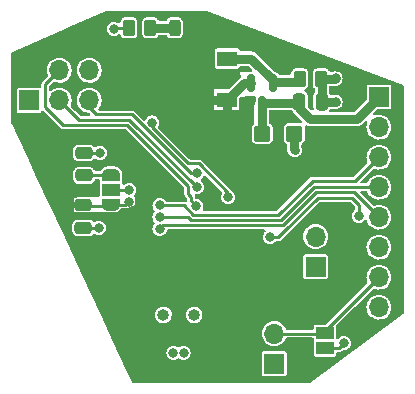
<source format=gbr>
%TF.GenerationSoftware,KiCad,Pcbnew,(6.0.7-1)-1*%
%TF.CreationDate,2023-01-22T12:43:28-05:00*%
%TF.ProjectId,atmega328,61746d65-6761-4333-9238-2e6b69636164,rev?*%
%TF.SameCoordinates,Original*%
%TF.FileFunction,Copper,L1,Top*%
%TF.FilePolarity,Positive*%
%FSLAX46Y46*%
G04 Gerber Fmt 4.6, Leading zero omitted, Abs format (unit mm)*
G04 Created by KiCad (PCBNEW (6.0.7-1)-1) date 2023-01-22 12:43:28*
%MOMM*%
%LPD*%
G01*
G04 APERTURE LIST*
G04 Aperture macros list*
%AMRoundRect*
0 Rectangle with rounded corners*
0 $1 Rounding radius*
0 $2 $3 $4 $5 $6 $7 $8 $9 X,Y pos of 4 corners*
0 Add a 4 corners polygon primitive as box body*
4,1,4,$2,$3,$4,$5,$6,$7,$8,$9,$2,$3,0*
0 Add four circle primitives for the rounded corners*
1,1,$1+$1,$2,$3*
1,1,$1+$1,$4,$5*
1,1,$1+$1,$6,$7*
1,1,$1+$1,$8,$9*
0 Add four rect primitives between the rounded corners*
20,1,$1+$1,$2,$3,$4,$5,0*
20,1,$1+$1,$4,$5,$6,$7,0*
20,1,$1+$1,$6,$7,$8,$9,0*
20,1,$1+$1,$8,$9,$2,$3,0*%
%AMFreePoly0*
4,1,22,0.550000,-0.750000,0.000000,-0.750000,0.000000,-0.745033,-0.079941,-0.743568,-0.215256,-0.701293,-0.333266,-0.622738,-0.424486,-0.514219,-0.481581,-0.384460,-0.499164,-0.250000,-0.500000,-0.250000,-0.500000,0.250000,-0.499164,0.250000,-0.499963,0.256109,-0.478152,0.396186,-0.417904,0.524511,-0.324060,0.630769,-0.204165,0.706417,-0.067858,0.745374,0.000000,0.744959,0.000000,0.750000,
0.550000,0.750000,0.550000,-0.750000,0.550000,-0.750000,$1*%
%AMFreePoly1*
4,1,20,0.000000,0.744959,0.073905,0.744508,0.209726,0.703889,0.328688,0.626782,0.421226,0.519385,0.479903,0.390333,0.500000,0.250000,0.500000,-0.250000,0.499851,-0.262216,0.476331,-0.402017,0.414519,-0.529596,0.319384,-0.634700,0.198574,-0.708877,0.061801,-0.746166,0.000000,-0.745033,0.000000,-0.750000,-0.550000,-0.750000,-0.550000,0.750000,0.000000,0.750000,0.000000,0.744959,
0.000000,0.744959,$1*%
G04 Aperture macros list end*
%TA.AperFunction,ComponentPad*%
%ADD10R,1.700000X1.700000*%
%TD*%
%TA.AperFunction,ComponentPad*%
%ADD11O,1.700000X1.700000*%
%TD*%
%TA.AperFunction,SMDPad,CuDef*%
%ADD12RoundRect,0.250000X-0.250000X-0.475000X0.250000X-0.475000X0.250000X0.475000X-0.250000X0.475000X0*%
%TD*%
%TA.AperFunction,SMDPad,CuDef*%
%ADD13R,1.500000X1.000000*%
%TD*%
%TA.AperFunction,ComponentPad*%
%ADD14O,1.000000X1.000000*%
%TD*%
%TA.AperFunction,SMDPad,CuDef*%
%ADD15RoundRect,0.250000X0.475000X-0.250000X0.475000X0.250000X-0.475000X0.250000X-0.475000X-0.250000X0*%
%TD*%
%TA.AperFunction,SMDPad,CuDef*%
%ADD16RoundRect,0.243750X-0.243750X-0.456250X0.243750X-0.456250X0.243750X0.456250X-0.243750X0.456250X0*%
%TD*%
%TA.AperFunction,SMDPad,CuDef*%
%ADD17RoundRect,0.250000X-0.262500X-0.450000X0.262500X-0.450000X0.262500X0.450000X-0.262500X0.450000X0*%
%TD*%
%TA.AperFunction,SMDPad,CuDef*%
%ADD18FreePoly0,270.000000*%
%TD*%
%TA.AperFunction,SMDPad,CuDef*%
%ADD19FreePoly1,270.000000*%
%TD*%
%TA.AperFunction,SMDPad,CuDef*%
%ADD20RoundRect,0.250000X-0.450000X-0.425000X0.450000X-0.425000X0.450000X0.425000X-0.450000X0.425000X0*%
%TD*%
%TA.AperFunction,SMDPad,CuDef*%
%ADD21RoundRect,0.150000X-0.150000X0.587500X-0.150000X-0.587500X0.150000X-0.587500X0.150000X0.587500X0*%
%TD*%
%TA.AperFunction,SMDPad,CuDef*%
%ADD22R,1.700000X1.300000*%
%TD*%
%TA.AperFunction,SMDPad,CuDef*%
%ADD23RoundRect,0.250000X-0.475000X0.250000X-0.475000X-0.250000X0.475000X-0.250000X0.475000X0.250000X0*%
%TD*%
%TA.AperFunction,ViaPad*%
%ADD24C,0.800000*%
%TD*%
%TA.AperFunction,Conductor*%
%ADD25C,0.800000*%
%TD*%
%TA.AperFunction,Conductor*%
%ADD26C,0.250000*%
%TD*%
G04 APERTURE END LIST*
D10*
%TO.P,J3,1,Pin_1*%
%TO.N,TRM1*%
X153000000Y-118350000D03*
D11*
%TO.P,J3,2,Pin_2*%
%TO.N,TRM2*%
X153000000Y-115810000D03*
%TD*%
D12*
%TO.P,C1,1*%
%TO.N,Vin*%
X155125200Y-96165600D03*
%TO.P,C1,2*%
%TO.N,GND*%
X157025200Y-96165600D03*
%TD*%
D13*
%TO.P,JP2,1,A*%
%TO.N,GND*%
X157300000Y-117050000D03*
%TO.P,JP2,2,B*%
%TO.N,TRM2*%
X157300000Y-115750000D03*
%TD*%
D10*
%TO.P,J1,1,Pin_1*%
%TO.N,A*%
X156500000Y-110125000D03*
D11*
%TO.P,J1,2,Pin_2*%
%TO.N,B*%
X156500000Y-107585000D03*
%TD*%
D14*
%TO.P,REF\u002A\u002A,1*%
%TO.N,N/C*%
X146225000Y-114225000D03*
%TD*%
D10*
%TO.P,J5,1,Pin_1*%
%TO.N,Vin*%
X161867860Y-95778570D03*
D11*
%TO.P,J5,2,Pin_2*%
%TO.N,TRM1*%
X161867860Y-98318570D03*
%TO.P,J5,3,Pin_3*%
%TO.N,U*%
X161867860Y-100858570D03*
%TO.P,J5,4,Pin_4*%
%TO.N,V*%
X161867860Y-103398570D03*
%TO.P,J5,5,Pin_5*%
%TO.N,W*%
X161867860Y-105938570D03*
%TO.P,J5,6,Pin_6*%
%TO.N,GND*%
X161867860Y-108478570D03*
%TO.P,J5,7,Pin_7*%
%TO.N,TRM2*%
X161867860Y-111018570D03*
%TO.P,J5,8,Pin_8*%
%TO.N,PWM*%
X161867860Y-113558570D03*
%TD*%
D15*
%TO.P,C3,1*%
%TO.N,Net-(C3-Pad1)*%
X136900000Y-102400000D03*
%TO.P,C3,2*%
%TO.N,GND*%
X136900000Y-100500000D03*
%TD*%
D16*
%TO.P,D2,1,K*%
%TO.N,Net-(D2-Pad1)*%
X144575000Y-89900000D03*
%TO.P,D2,2,A*%
%TO.N,VCC*%
X146450000Y-89900000D03*
%TD*%
D17*
%TO.P,R1,1*%
%TO.N,Net-(D1-Pad2)*%
X155162700Y-94215600D03*
%TO.P,R1,2*%
%TO.N,GND*%
X156987700Y-94215600D03*
%TD*%
D14*
%TO.P,REF\u002A\u002A,1*%
%TO.N,N/C*%
X143625000Y-114225000D03*
%TD*%
D18*
%TO.P,JP1,1,A*%
%TO.N,Net-(C3-Pad1)*%
X139200000Y-102350000D03*
D13*
%TO.P,JP1,2,C*%
%TO.N,Net-(U1-Pad12)*%
X139200000Y-103650000D03*
D19*
%TO.P,JP1,3,B*%
%TO.N,VCC*%
X139200000Y-104950000D03*
%TD*%
D10*
%TO.P,PRG1,1,Pin_1*%
%TO.N,MISO*%
X132260000Y-96050000D03*
D11*
%TO.P,PRG1,2,Pin_2*%
%TO.N,VCC*%
X132260000Y-93510000D03*
%TO.P,PRG1,3,Pin_3*%
%TO.N,SCK*%
X134800000Y-96050000D03*
%TO.P,PRG1,4,Pin_4*%
%TO.N,MOSI*%
X134800000Y-93510000D03*
%TO.P,PRG1,5,Pin_5*%
%TO.N,CS*%
X137340000Y-96050000D03*
%TO.P,PRG1,6,Pin_6*%
%TO.N,GND*%
X137340000Y-93510000D03*
%TD*%
D20*
%TO.P,C2,1*%
%TO.N,Vin*%
X152000000Y-98865000D03*
%TO.P,C2,2*%
%TO.N,GND*%
X154700000Y-98865000D03*
%TD*%
D17*
%TO.P,R3,1*%
%TO.N,GND*%
X140700000Y-89900000D03*
%TO.P,R3,2*%
%TO.N,Net-(D2-Pad1)*%
X142525000Y-89900000D03*
%TD*%
D21*
%TO.P,Q1,1,G*%
%TO.N,Net-(D1-Pad2)*%
X152900000Y-94612500D03*
%TO.P,Q1,2,S*%
%TO.N,VCC*%
X151000000Y-94612500D03*
%TO.P,Q1,3,D*%
%TO.N,Vin*%
X151950000Y-96487500D03*
%TD*%
D22*
%TO.P,D1,1,K*%
%TO.N,VCC*%
X149025200Y-96015600D03*
%TO.P,D1,2,A*%
%TO.N,Net-(D1-Pad2)*%
X149025200Y-92515600D03*
%TD*%
D23*
%TO.P,C4,1*%
%TO.N,VCC*%
X136850000Y-104950000D03*
%TO.P,C4,2*%
%TO.N,GND*%
X136850000Y-106850000D03*
%TD*%
D24*
%TO.N,GND*%
X145325000Y-117425000D03*
X158200000Y-94200000D03*
X158200000Y-96200000D03*
X158900000Y-116625000D03*
X138150000Y-106850000D03*
X144475000Y-117425000D03*
X138250000Y-100500000D03*
X139425000Y-90000000D03*
X154750000Y-100250000D03*
%TO.N,MISO*%
X142655497Y-97944503D03*
X149100000Y-104250000D03*
%TO.N,SCK*%
X146450000Y-103400000D03*
%TO.N,MOSI*%
X146403314Y-104979429D03*
%TO.N,VCC*%
X140702533Y-104648121D03*
%TO.N,Net-(U1-Pad12)*%
X140718792Y-103648753D03*
%TO.N,U*%
X143300000Y-104950000D03*
%TO.N,V*%
X143300000Y-105949503D03*
%TO.N,W*%
X143300000Y-106949006D03*
%TO.N,PWM*%
X152625000Y-107650000D03*
X160175000Y-105825000D03*
%TO.N,CS*%
X146450000Y-102250000D03*
%TD*%
D25*
%TO.N,GND*%
X157025200Y-94398100D02*
X157025200Y-96133100D01*
X154700000Y-100200000D02*
X154750000Y-100250000D01*
X158165600Y-96165600D02*
X158200000Y-96200000D01*
D26*
X136850000Y-106850000D02*
X138150000Y-106850000D01*
X158475000Y-117050000D02*
X158900000Y-116625000D01*
D25*
X157025200Y-96165600D02*
X158165600Y-96165600D01*
D26*
X140700000Y-89900000D02*
X139525000Y-89900000D01*
X157300000Y-117050000D02*
X158475000Y-117050000D01*
D25*
X156987700Y-94215600D02*
X158184400Y-94215600D01*
X158184400Y-94215600D02*
X158200000Y-94200000D01*
D26*
X139525000Y-89900000D02*
X139425000Y-90000000D01*
X136900000Y-100500000D02*
X138250000Y-100500000D01*
D25*
X154700000Y-98865000D02*
X154700000Y-100200000D01*
%TO.N,Vin*%
X152165200Y-96275600D02*
X151927700Y-96513100D01*
X155170200Y-96275600D02*
X152165200Y-96275600D01*
X161867860Y-95778570D02*
X159996430Y-97650000D01*
X151927700Y-96513100D02*
X151927700Y-98828100D01*
X156050000Y-97650000D02*
X155125200Y-96725200D01*
X155200000Y-96740400D02*
X155200000Y-96240000D01*
X159996430Y-97650000D02*
X156050000Y-97650000D01*
X155125200Y-96725200D02*
X155125200Y-96165600D01*
X151927700Y-98828100D02*
X151985200Y-98885600D01*
D26*
%TO.N,Net-(C3-Pad1)*%
X138900000Y-102400000D02*
X136900000Y-102400000D01*
D25*
%TO.N,Net-(D1-Pad2)*%
X152900000Y-94612500D02*
X152900000Y-94365400D01*
X151050200Y-92515600D02*
X149025200Y-92515600D01*
X152877700Y-94638100D02*
X152877700Y-94293230D01*
X153040200Y-94475600D02*
X152877700Y-94638100D01*
X152900000Y-94365400D02*
X151050200Y-92515600D01*
X155135200Y-94475600D02*
X153040200Y-94475600D01*
%TO.N,Net-(D2-Pad1)*%
X142525000Y-89900000D02*
X144575000Y-89900000D01*
D26*
%TO.N,MISO*%
X145800000Y-101400000D02*
X145750000Y-101400000D01*
X149100000Y-104250000D02*
X149100000Y-103874695D01*
X142655497Y-98332705D02*
X142655497Y-97944503D01*
X146450000Y-101400000D02*
X145800000Y-101400000D01*
X145722792Y-101400000D02*
X142655497Y-98332705D01*
X149100000Y-103874695D02*
X146625305Y-101400000D01*
X146625305Y-101400000D02*
X146450000Y-101400000D01*
X146450000Y-101400000D02*
X145722792Y-101400000D01*
%TO.N,SCK*%
X134800000Y-96050000D02*
X136450000Y-97700000D01*
X136450000Y-97700000D02*
X140750000Y-97700000D01*
X140750000Y-97700000D02*
X146450000Y-103400000D01*
%TO.N,MOSI*%
X135150000Y-98150000D02*
X133625000Y-96625000D01*
X140563604Y-98150000D02*
X135150000Y-98150000D01*
X146403314Y-104979429D02*
X145950000Y-104526115D01*
X133625000Y-94685000D02*
X134800000Y-93510000D01*
X145725000Y-103311396D02*
X140563604Y-98150000D01*
X145950000Y-104250000D02*
X145725000Y-104025000D01*
X145950000Y-104526115D02*
X145950000Y-104250000D01*
X133625000Y-96625000D02*
X133625000Y-94685000D01*
X145725000Y-104025000D02*
X145725000Y-103311396D01*
%TO.N,VCC*%
X136850000Y-104950000D02*
X135600000Y-104950000D01*
D25*
X149025200Y-96015600D02*
X147365600Y-96015600D01*
D26*
X140400654Y-104950000D02*
X140702533Y-104648121D01*
X138900000Y-105000000D02*
X136900000Y-105000000D01*
D25*
X149025200Y-97775200D02*
X149050000Y-97800000D01*
X149025200Y-96015600D02*
X149025200Y-97775200D01*
X150428300Y-94612500D02*
X149025200Y-96015600D01*
X151000000Y-94612500D02*
X150428300Y-94612500D01*
X147365600Y-96015600D02*
X147350000Y-96000000D01*
D26*
X139200000Y-104950000D02*
X140400654Y-104950000D01*
X136900000Y-105000000D02*
X136850000Y-104950000D01*
%TO.N,TRM2*%
X157240000Y-115810000D02*
X157300000Y-115750000D01*
X153000000Y-115810000D02*
X157240000Y-115810000D01*
X157300000Y-115586430D02*
X157300000Y-115750000D01*
X161867860Y-111018570D02*
X157300000Y-115586430D01*
%TO.N,Net-(U1-Pad12)*%
X140650000Y-103650000D02*
X139200000Y-103650000D01*
X138901247Y-103698753D02*
X138900000Y-103700000D01*
X140718792Y-103648753D02*
X139201247Y-103648753D01*
%TO.N,U*%
X143300000Y-104950000D02*
X145348580Y-104950000D01*
X156250000Y-102850000D02*
X159876430Y-102850000D01*
X145348580Y-104950000D02*
X146148580Y-105750000D01*
X146148580Y-105750000D02*
X153350000Y-105750000D01*
X159876430Y-102850000D02*
X161867860Y-100858570D01*
X153350000Y-105750000D02*
X156250000Y-102850000D01*
%TO.N,V*%
X156398570Y-103398570D02*
X161867860Y-103398570D01*
X153536396Y-106200000D02*
X156368198Y-103368198D01*
X145962184Y-106200000D02*
X153536396Y-106200000D01*
X145711687Y-105949503D02*
X145962184Y-106200000D01*
X156368198Y-103368198D02*
X156398570Y-103398570D01*
X143300000Y-105949503D02*
X145711687Y-105949503D01*
%TO.N,W*%
X143599006Y-106650000D02*
X143300000Y-106949006D01*
X161867860Y-105938570D02*
X159777860Y-103848570D01*
X153722792Y-106650000D02*
X143599006Y-106650000D01*
X156524222Y-103848570D02*
X153722792Y-106650000D01*
X159777860Y-103848570D02*
X156524222Y-103848570D01*
%TO.N,PWM*%
X152625000Y-107650000D02*
X153359188Y-107650000D01*
X160175000Y-104898570D02*
X160175000Y-105825000D01*
X156710618Y-104298570D02*
X159575000Y-104298570D01*
X159575000Y-104298570D02*
X160175000Y-104898570D01*
X153359188Y-107650000D02*
X153954594Y-107054594D01*
X153954594Y-107054594D02*
X156710618Y-104298570D01*
%TO.N,CS*%
X145936396Y-102250000D02*
X140936396Y-97250000D01*
X140936396Y-97250000D02*
X137950000Y-97250000D01*
X137340000Y-96640000D02*
X137340000Y-96050000D01*
X146450000Y-102250000D02*
X145936396Y-102250000D01*
X137950000Y-97250000D02*
X137340000Y-96640000D01*
%TD*%
%TA.AperFunction,Conductor*%
%TO.N,VCC*%
G36*
X147271445Y-88508066D02*
G01*
X149529553Y-89357384D01*
X163918358Y-94769293D01*
X163975076Y-94811995D01*
X163999703Y-94878583D01*
X164000000Y-94887226D01*
X164000000Y-114036204D01*
X163979998Y-114104325D01*
X163948582Y-114137760D01*
X156033189Y-119950627D01*
X155966446Y-119974825D01*
X155958832Y-119975069D01*
X141080447Y-119999866D01*
X141012293Y-119979977D01*
X140966025Y-119927079D01*
X140716396Y-119391288D01*
X140636474Y-119219748D01*
X151949500Y-119219748D01*
X151961133Y-119278231D01*
X152005448Y-119344552D01*
X152071769Y-119388867D01*
X152083938Y-119391288D01*
X152083939Y-119391288D01*
X152124184Y-119399293D01*
X152130252Y-119400500D01*
X153869748Y-119400500D01*
X153875816Y-119399293D01*
X153916061Y-119391288D01*
X153916062Y-119391288D01*
X153928231Y-119388867D01*
X153994552Y-119344552D01*
X154038867Y-119278231D01*
X154050500Y-119219748D01*
X154050500Y-117480252D01*
X154038867Y-117421769D01*
X153994552Y-117355448D01*
X153928231Y-117311133D01*
X153916062Y-117308712D01*
X153916061Y-117308712D01*
X153875816Y-117300707D01*
X153869748Y-117299500D01*
X152130252Y-117299500D01*
X152124184Y-117300707D01*
X152083939Y-117308712D01*
X152083938Y-117308712D01*
X152071769Y-117311133D01*
X152005448Y-117355448D01*
X151961133Y-117421769D01*
X151949500Y-117480252D01*
X151949500Y-119219748D01*
X140636474Y-119219748D01*
X139800285Y-117425000D01*
X143869318Y-117425000D01*
X143889956Y-117581762D01*
X143950464Y-117727841D01*
X144046718Y-117853282D01*
X144172159Y-117949536D01*
X144318238Y-118010044D01*
X144475000Y-118030682D01*
X144483188Y-118029604D01*
X144623574Y-118011122D01*
X144631762Y-118010044D01*
X144777841Y-117949536D01*
X144823296Y-117914657D01*
X144889516Y-117889056D01*
X144959065Y-117903321D01*
X144976703Y-117914656D01*
X145022159Y-117949536D01*
X145168238Y-118010044D01*
X145325000Y-118030682D01*
X145333188Y-118029604D01*
X145473574Y-118011122D01*
X145481762Y-118010044D01*
X145627841Y-117949536D01*
X145753282Y-117853282D01*
X145849536Y-117727841D01*
X145910044Y-117581762D01*
X145930682Y-117425000D01*
X145910044Y-117268238D01*
X145849536Y-117122159D01*
X145753282Y-116996718D01*
X145627841Y-116900464D01*
X145481762Y-116839956D01*
X145325000Y-116819318D01*
X145168238Y-116839956D01*
X145022159Y-116900464D01*
X144986481Y-116927841D01*
X144976704Y-116935343D01*
X144910484Y-116960944D01*
X144840935Y-116946679D01*
X144823296Y-116935343D01*
X144813519Y-116927841D01*
X144777841Y-116900464D01*
X144631762Y-116839956D01*
X144475000Y-116819318D01*
X144318238Y-116839956D01*
X144172159Y-116900464D01*
X144046718Y-116996718D01*
X143950464Y-117122159D01*
X143889956Y-117268238D01*
X143869318Y-117425000D01*
X139800285Y-117425000D01*
X139040975Y-115795262D01*
X151944520Y-115795262D01*
X151961759Y-116000553D01*
X151963458Y-116006478D01*
X151972749Y-116038878D01*
X152018544Y-116198586D01*
X152021359Y-116204063D01*
X152021360Y-116204066D01*
X152097159Y-116351555D01*
X152112712Y-116381818D01*
X152240677Y-116543270D01*
X152245370Y-116547264D01*
X152245371Y-116547265D01*
X152346331Y-116633188D01*
X152397564Y-116676791D01*
X152577398Y-116777297D01*
X152672238Y-116808113D01*
X152767471Y-116839056D01*
X152767475Y-116839057D01*
X152773329Y-116840959D01*
X152977894Y-116865351D01*
X152984029Y-116864879D01*
X152984031Y-116864879D01*
X153040039Y-116860569D01*
X153183300Y-116849546D01*
X153189230Y-116847890D01*
X153189232Y-116847890D01*
X153375797Y-116795800D01*
X153375796Y-116795800D01*
X153381725Y-116794145D01*
X153387214Y-116791372D01*
X153387220Y-116791370D01*
X153560116Y-116704033D01*
X153565610Y-116701258D01*
X153587202Y-116684389D01*
X153663216Y-116625000D01*
X153727951Y-116574424D01*
X153760739Y-116536439D01*
X153858540Y-116423134D01*
X153858540Y-116423133D01*
X153862564Y-116418472D01*
X153876153Y-116394552D01*
X153950566Y-116263561D01*
X153964323Y-116239344D01*
X153970184Y-116221726D01*
X154010666Y-116163403D01*
X154076254Y-116136224D01*
X154089741Y-116135500D01*
X156223500Y-116135500D01*
X156291621Y-116155502D01*
X156338114Y-116209158D01*
X156348614Y-116257426D01*
X156348893Y-116257398D01*
X156349129Y-116259795D01*
X156349500Y-116261500D01*
X156349500Y-116269748D01*
X156361133Y-116328231D01*
X156368026Y-116338547D01*
X156372777Y-116350017D01*
X156369063Y-116351555D01*
X156383528Y-116397751D01*
X156368688Y-116448289D01*
X156372777Y-116449983D01*
X156368026Y-116461453D01*
X156361133Y-116471769D01*
X156349500Y-116530252D01*
X156349500Y-117569748D01*
X156361133Y-117628231D01*
X156405448Y-117694552D01*
X156471769Y-117738867D01*
X156483938Y-117741288D01*
X156483939Y-117741288D01*
X156524184Y-117749293D01*
X156530252Y-117750500D01*
X158069748Y-117750500D01*
X158075816Y-117749293D01*
X158116061Y-117741288D01*
X158116062Y-117741288D01*
X158128231Y-117738867D01*
X158194552Y-117694552D01*
X158238867Y-117628231D01*
X158250500Y-117569748D01*
X158250500Y-117501500D01*
X158270502Y-117433379D01*
X158324158Y-117386886D01*
X158376500Y-117375500D01*
X158455290Y-117375500D01*
X158466272Y-117375980D01*
X158492820Y-117378303D01*
X158492822Y-117378303D01*
X158503807Y-117379264D01*
X158540215Y-117369508D01*
X158550942Y-117367130D01*
X158554301Y-117366538D01*
X158588045Y-117360588D01*
X158597590Y-117355077D01*
X158600866Y-117353885D01*
X158604034Y-117352408D01*
X158614684Y-117349554D01*
X158645544Y-117327945D01*
X158654815Y-117322039D01*
X158677906Y-117308707D01*
X158687455Y-117303194D01*
X158711685Y-117274317D01*
X158719111Y-117266215D01*
X158727617Y-117257709D01*
X158789929Y-117223683D01*
X158833157Y-117221882D01*
X158900000Y-117230682D01*
X158908188Y-117229604D01*
X159048574Y-117211122D01*
X159056762Y-117210044D01*
X159202841Y-117149536D01*
X159328282Y-117053282D01*
X159424536Y-116927841D01*
X159485044Y-116781762D01*
X159505682Y-116625000D01*
X159485044Y-116468238D01*
X159424536Y-116322159D01*
X159328282Y-116196718D01*
X159202841Y-116100464D01*
X159056762Y-116039956D01*
X158900000Y-116019318D01*
X158743238Y-116039956D01*
X158597159Y-116100464D01*
X158471718Y-116196718D01*
X158466695Y-116203264D01*
X158465595Y-116204364D01*
X158403283Y-116238390D01*
X158332468Y-116233325D01*
X158275632Y-116190778D01*
X158250821Y-116124258D01*
X158250500Y-116115269D01*
X158250500Y-115230252D01*
X158241407Y-115184540D01*
X158247735Y-115113829D01*
X158275891Y-115070865D01*
X159802924Y-113543832D01*
X160812380Y-113543832D01*
X160812896Y-113549976D01*
X160820279Y-113637892D01*
X160829619Y-113749123D01*
X160831318Y-113755048D01*
X160874368Y-113905180D01*
X160886404Y-113947156D01*
X160889219Y-113952633D01*
X160889220Y-113952636D01*
X160977757Y-114124911D01*
X160980572Y-114130388D01*
X161108537Y-114291840D01*
X161113230Y-114295834D01*
X161113231Y-114295835D01*
X161219334Y-114386135D01*
X161265424Y-114425361D01*
X161445258Y-114525867D01*
X161540098Y-114556682D01*
X161635331Y-114587626D01*
X161635335Y-114587627D01*
X161641189Y-114589529D01*
X161845754Y-114613921D01*
X161851889Y-114613449D01*
X161851891Y-114613449D01*
X161907899Y-114609139D01*
X162051160Y-114598116D01*
X162057090Y-114596460D01*
X162057092Y-114596460D01*
X162243657Y-114544370D01*
X162243656Y-114544370D01*
X162249585Y-114542715D01*
X162255074Y-114539942D01*
X162255080Y-114539940D01*
X162427976Y-114452603D01*
X162433470Y-114449828D01*
X162595811Y-114322994D01*
X162664116Y-114243862D01*
X162726400Y-114171704D01*
X162726400Y-114171703D01*
X162730424Y-114167042D01*
X162751247Y-114130388D01*
X162804750Y-114036204D01*
X162832183Y-113987914D01*
X162897211Y-113792433D01*
X162923031Y-113588044D01*
X162923443Y-113558570D01*
X162903340Y-113353540D01*
X162843795Y-113156319D01*
X162747078Y-112974419D01*
X162673719Y-112884472D01*
X162620766Y-112819545D01*
X162620763Y-112819542D01*
X162616871Y-112814770D01*
X162562292Y-112769618D01*
X162462885Y-112687381D01*
X162462881Y-112687379D01*
X162458135Y-112683452D01*
X162276915Y-112585467D01*
X162080114Y-112524547D01*
X162073989Y-112523903D01*
X162073988Y-112523903D01*
X161881358Y-112503657D01*
X161881356Y-112503657D01*
X161875229Y-112503013D01*
X161788389Y-112510916D01*
X161676202Y-112521125D01*
X161676199Y-112521126D01*
X161670063Y-112521684D01*
X161472432Y-112579850D01*
X161289862Y-112675296D01*
X161285061Y-112679156D01*
X161285058Y-112679158D01*
X161134114Y-112800520D01*
X161129307Y-112804385D01*
X160996884Y-112962200D01*
X160993916Y-112967598D01*
X160993913Y-112967603D01*
X160987175Y-112979860D01*
X160897636Y-113142732D01*
X160835344Y-113339102D01*
X160834658Y-113345219D01*
X160834657Y-113345223D01*
X160814506Y-113524879D01*
X160812380Y-113543832D01*
X159802924Y-113543832D01*
X161326982Y-112019774D01*
X161389294Y-111985748D01*
X161455011Y-111989036D01*
X161641189Y-112049529D01*
X161845754Y-112073921D01*
X161851889Y-112073449D01*
X161851891Y-112073449D01*
X161907899Y-112069139D01*
X162051160Y-112058116D01*
X162057090Y-112056460D01*
X162057092Y-112056460D01*
X162243657Y-112004370D01*
X162243656Y-112004370D01*
X162249585Y-112002715D01*
X162255074Y-111999942D01*
X162255080Y-111999940D01*
X162427976Y-111912603D01*
X162433470Y-111909828D01*
X162595811Y-111782994D01*
X162730424Y-111627042D01*
X162832183Y-111447914D01*
X162897211Y-111252433D01*
X162923031Y-111048044D01*
X162923443Y-111018570D01*
X162903340Y-110813540D01*
X162843795Y-110616319D01*
X162747078Y-110434419D01*
X162673719Y-110344472D01*
X162620766Y-110279545D01*
X162620763Y-110279542D01*
X162616871Y-110274770D01*
X162599646Y-110260520D01*
X162462885Y-110147381D01*
X162462881Y-110147379D01*
X162458135Y-110143452D01*
X162276915Y-110045467D01*
X162080114Y-109984547D01*
X162073989Y-109983903D01*
X162073988Y-109983903D01*
X161881358Y-109963657D01*
X161881356Y-109963657D01*
X161875229Y-109963013D01*
X161788389Y-109970916D01*
X161676202Y-109981125D01*
X161676199Y-109981126D01*
X161670063Y-109981684D01*
X161472432Y-110039850D01*
X161289862Y-110135296D01*
X161285061Y-110139156D01*
X161285058Y-110139158D01*
X161274831Y-110147381D01*
X161129307Y-110264385D01*
X160996884Y-110422200D01*
X160993916Y-110427598D01*
X160993913Y-110427603D01*
X160987175Y-110439860D01*
X160897636Y-110602732D01*
X160835344Y-110799102D01*
X160834658Y-110805219D01*
X160834657Y-110805223D01*
X160821551Y-110922070D01*
X160812380Y-111003832D01*
X160812896Y-111009976D01*
X160826796Y-111175500D01*
X160829619Y-111209123D01*
X160886404Y-111407156D01*
X160889222Y-111412639D01*
X160889225Y-111412647D01*
X160889405Y-111412998D01*
X160889444Y-111413200D01*
X160891490Y-111418369D01*
X160890507Y-111418758D01*
X160902746Y-111482730D01*
X160876269Y-111548604D01*
X160866428Y-111559676D01*
X157413509Y-115012595D01*
X157351197Y-115046621D01*
X157324414Y-115049500D01*
X156530252Y-115049500D01*
X156524184Y-115050707D01*
X156483939Y-115058712D01*
X156483938Y-115058712D01*
X156471769Y-115061133D01*
X156405448Y-115105448D01*
X156361133Y-115171769D01*
X156358712Y-115183938D01*
X156358712Y-115183939D01*
X156352806Y-115213630D01*
X156349500Y-115230252D01*
X156349500Y-115358500D01*
X156329498Y-115426621D01*
X156275842Y-115473114D01*
X156223500Y-115484500D01*
X154091269Y-115484500D01*
X154023148Y-115464498D01*
X153976008Y-115407991D01*
X153975935Y-115407749D01*
X153879218Y-115225849D01*
X153789432Y-115115761D01*
X153752906Y-115070975D01*
X153752903Y-115070972D01*
X153749011Y-115066200D01*
X153731786Y-115051950D01*
X153595025Y-114938811D01*
X153595021Y-114938809D01*
X153590275Y-114934882D01*
X153409055Y-114836897D01*
X153212254Y-114775977D01*
X153206129Y-114775333D01*
X153206128Y-114775333D01*
X153013498Y-114755087D01*
X153013496Y-114755087D01*
X153007369Y-114754443D01*
X152920529Y-114762346D01*
X152808342Y-114772555D01*
X152808339Y-114772556D01*
X152802203Y-114773114D01*
X152604572Y-114831280D01*
X152422002Y-114926726D01*
X152417201Y-114930586D01*
X152417198Y-114930588D01*
X152315202Y-115012595D01*
X152261447Y-115055815D01*
X152129024Y-115213630D01*
X152126056Y-115219028D01*
X152126053Y-115219033D01*
X152049381Y-115358500D01*
X152029776Y-115394162D01*
X151967484Y-115590532D01*
X151944520Y-115795262D01*
X139040975Y-115795262D01*
X138305933Y-114217611D01*
X142919394Y-114217611D01*
X142937999Y-114386135D01*
X142962323Y-114452603D01*
X142988034Y-114522860D01*
X142996266Y-114545356D01*
X143000502Y-114551659D01*
X143000502Y-114551660D01*
X143013574Y-114571113D01*
X143090830Y-114686083D01*
X143096442Y-114691190D01*
X143096445Y-114691193D01*
X143210612Y-114795077D01*
X143210616Y-114795080D01*
X143216233Y-114800191D01*
X143222906Y-114803814D01*
X143222910Y-114803817D01*
X143358558Y-114877467D01*
X143358560Y-114877468D01*
X143365235Y-114881092D01*
X143372584Y-114883020D01*
X143521883Y-114922188D01*
X143521885Y-114922188D01*
X143529233Y-114924116D01*
X143615609Y-114925473D01*
X143691161Y-114926660D01*
X143691164Y-114926660D01*
X143698760Y-114926779D01*
X143706165Y-114925083D01*
X143706166Y-114925083D01*
X143766586Y-114911245D01*
X143864029Y-114888928D01*
X144015498Y-114812747D01*
X144144423Y-114702634D01*
X144243361Y-114564947D01*
X144253414Y-114539940D01*
X144303766Y-114414687D01*
X144303767Y-114414685D01*
X144306601Y-114407634D01*
X144330490Y-114239778D01*
X144330645Y-114225000D01*
X144329751Y-114217611D01*
X145519394Y-114217611D01*
X145537999Y-114386135D01*
X145562323Y-114452603D01*
X145588034Y-114522860D01*
X145596266Y-114545356D01*
X145600502Y-114551659D01*
X145600502Y-114551660D01*
X145613574Y-114571113D01*
X145690830Y-114686083D01*
X145696442Y-114691190D01*
X145696445Y-114691193D01*
X145810612Y-114795077D01*
X145810616Y-114795080D01*
X145816233Y-114800191D01*
X145822906Y-114803814D01*
X145822910Y-114803817D01*
X145958558Y-114877467D01*
X145958560Y-114877468D01*
X145965235Y-114881092D01*
X145972584Y-114883020D01*
X146121883Y-114922188D01*
X146121885Y-114922188D01*
X146129233Y-114924116D01*
X146215609Y-114925473D01*
X146291161Y-114926660D01*
X146291164Y-114926660D01*
X146298760Y-114926779D01*
X146306165Y-114925083D01*
X146306166Y-114925083D01*
X146366586Y-114911245D01*
X146464029Y-114888928D01*
X146615498Y-114812747D01*
X146744423Y-114702634D01*
X146843361Y-114564947D01*
X146853414Y-114539940D01*
X146903766Y-114414687D01*
X146903767Y-114414685D01*
X146906601Y-114407634D01*
X146930490Y-114239778D01*
X146930645Y-114225000D01*
X146928840Y-114210080D01*
X146919780Y-114135216D01*
X146910276Y-114056680D01*
X146850345Y-113898077D01*
X146841584Y-113885330D01*
X146758614Y-113764608D01*
X146758613Y-113764607D01*
X146754312Y-113758349D01*
X146742514Y-113747837D01*
X146633392Y-113650612D01*
X146633388Y-113650610D01*
X146627721Y-113645560D01*
X146477881Y-113566224D01*
X146313441Y-113524919D01*
X146305843Y-113524879D01*
X146305841Y-113524879D01*
X146228668Y-113524475D01*
X146143895Y-113524031D01*
X146136508Y-113525805D01*
X146136504Y-113525805D01*
X146014636Y-113555064D01*
X145979032Y-113563612D01*
X145972288Y-113567093D01*
X145972285Y-113567094D01*
X145835117Y-113637892D01*
X145828369Y-113641375D01*
X145700604Y-113752831D01*
X145603113Y-113891547D01*
X145541524Y-114049513D01*
X145540532Y-114057046D01*
X145540532Y-114057047D01*
X145525438Y-114171704D01*
X145519394Y-114217611D01*
X144329751Y-114217611D01*
X144328840Y-114210080D01*
X144319780Y-114135216D01*
X144310276Y-114056680D01*
X144250345Y-113898077D01*
X144241584Y-113885330D01*
X144158614Y-113764608D01*
X144158613Y-113764607D01*
X144154312Y-113758349D01*
X144142514Y-113747837D01*
X144033392Y-113650612D01*
X144033388Y-113650610D01*
X144027721Y-113645560D01*
X143877881Y-113566224D01*
X143713441Y-113524919D01*
X143705843Y-113524879D01*
X143705841Y-113524879D01*
X143628668Y-113524475D01*
X143543895Y-113524031D01*
X143536508Y-113525805D01*
X143536504Y-113525805D01*
X143414636Y-113555064D01*
X143379032Y-113563612D01*
X143372288Y-113567093D01*
X143372285Y-113567094D01*
X143235117Y-113637892D01*
X143228369Y-113641375D01*
X143100604Y-113752831D01*
X143003113Y-113891547D01*
X142941524Y-114049513D01*
X142940532Y-114057046D01*
X142940532Y-114057047D01*
X142925438Y-114171704D01*
X142919394Y-114217611D01*
X138305933Y-114217611D01*
X136804372Y-110994748D01*
X155449500Y-110994748D01*
X155461133Y-111053231D01*
X155505448Y-111119552D01*
X155571769Y-111163867D01*
X155583938Y-111166288D01*
X155583939Y-111166288D01*
X155624184Y-111174293D01*
X155630252Y-111175500D01*
X157369748Y-111175500D01*
X157375816Y-111174293D01*
X157416061Y-111166288D01*
X157416062Y-111166288D01*
X157428231Y-111163867D01*
X157494552Y-111119552D01*
X157538867Y-111053231D01*
X157550500Y-110994748D01*
X157550500Y-109255252D01*
X157547135Y-109238336D01*
X157541288Y-109208939D01*
X157541288Y-109208938D01*
X157538867Y-109196769D01*
X157494552Y-109130448D01*
X157428231Y-109086133D01*
X157416062Y-109083712D01*
X157416061Y-109083712D01*
X157375816Y-109075707D01*
X157369748Y-109074500D01*
X155630252Y-109074500D01*
X155624184Y-109075707D01*
X155583939Y-109083712D01*
X155583938Y-109083712D01*
X155571769Y-109086133D01*
X155505448Y-109130448D01*
X155461133Y-109196769D01*
X155458712Y-109208938D01*
X155458712Y-109208939D01*
X155452865Y-109238336D01*
X155449500Y-109255252D01*
X155449500Y-110994748D01*
X136804372Y-110994748D01*
X135014855Y-107153834D01*
X135924500Y-107153834D01*
X135927481Y-107185369D01*
X135972366Y-107313184D01*
X135977958Y-107320754D01*
X135977959Y-107320757D01*
X136021695Y-107379970D01*
X136052850Y-107422150D01*
X136060421Y-107427742D01*
X136154243Y-107497041D01*
X136154246Y-107497042D01*
X136161816Y-107502634D01*
X136289631Y-107547519D01*
X136297277Y-107548242D01*
X136297278Y-107548242D01*
X136303248Y-107548806D01*
X136321166Y-107550500D01*
X137378834Y-107550500D01*
X137396752Y-107548806D01*
X137402722Y-107548242D01*
X137402723Y-107548242D01*
X137410369Y-107547519D01*
X137538184Y-107502634D01*
X137545754Y-107497042D01*
X137545757Y-107497041D01*
X137639579Y-107427742D01*
X137647150Y-107422150D01*
X137652742Y-107414579D01*
X137652745Y-107414576D01*
X137665704Y-107397031D01*
X137722265Y-107354120D01*
X137793047Y-107348600D01*
X137832629Y-107366808D01*
X137833454Y-107365379D01*
X137840607Y-107369509D01*
X137847159Y-107374536D01*
X137993238Y-107435044D01*
X138150000Y-107455682D01*
X138158188Y-107454604D01*
X138298574Y-107436122D01*
X138306762Y-107435044D01*
X138452841Y-107374536D01*
X138578282Y-107278282D01*
X138593540Y-107258398D01*
X138606059Y-107242082D01*
X138674536Y-107152841D01*
X138735044Y-107006762D01*
X138755682Y-106850000D01*
X138745363Y-106771619D01*
X138736122Y-106701426D01*
X138735044Y-106693238D01*
X138674536Y-106547159D01*
X138578282Y-106421718D01*
X138452841Y-106325464D01*
X138306762Y-106264956D01*
X138150000Y-106244318D01*
X137993238Y-106264956D01*
X137847159Y-106325464D01*
X137840607Y-106330491D01*
X137833454Y-106334621D01*
X137832243Y-106332524D01*
X137777541Y-106353673D01*
X137707992Y-106339409D01*
X137665704Y-106302969D01*
X137652745Y-106285424D01*
X137652742Y-106285421D01*
X137647150Y-106277850D01*
X137601752Y-106244318D01*
X137545757Y-106202959D01*
X137545754Y-106202958D01*
X137538184Y-106197366D01*
X137410369Y-106152481D01*
X137402723Y-106151758D01*
X137402722Y-106151758D01*
X137396752Y-106151194D01*
X137378834Y-106149500D01*
X136321166Y-106149500D01*
X136303248Y-106151194D01*
X136297278Y-106151758D01*
X136297277Y-106151758D01*
X136289631Y-106152481D01*
X136161816Y-106197366D01*
X136154246Y-106202958D01*
X136154243Y-106202959D01*
X136098248Y-106244318D01*
X136052850Y-106277850D01*
X136047258Y-106285421D01*
X135977959Y-106379243D01*
X135977958Y-106379246D01*
X135972366Y-106386816D01*
X135927481Y-106514631D01*
X135924500Y-106546166D01*
X135924500Y-107153834D01*
X135014855Y-107153834D01*
X132941559Y-102703834D01*
X135974500Y-102703834D01*
X135977481Y-102735369D01*
X136022366Y-102863184D01*
X136027958Y-102870754D01*
X136027959Y-102870757D01*
X136090335Y-102955206D01*
X136102850Y-102972150D01*
X136110421Y-102977742D01*
X136204243Y-103047041D01*
X136204246Y-103047042D01*
X136211816Y-103052634D01*
X136339631Y-103097519D01*
X136347277Y-103098242D01*
X136347278Y-103098242D01*
X136353248Y-103098806D01*
X136371166Y-103100500D01*
X137428834Y-103100500D01*
X137446752Y-103098806D01*
X137452722Y-103098242D01*
X137452723Y-103098242D01*
X137460369Y-103097519D01*
X137588184Y-103052634D01*
X137595754Y-103047042D01*
X137595757Y-103047041D01*
X137689579Y-102977742D01*
X137697150Y-102972150D01*
X137709665Y-102955206D01*
X137772041Y-102870757D01*
X137772042Y-102870754D01*
X137777634Y-102863184D01*
X137796398Y-102809751D01*
X137837842Y-102752106D01*
X137903871Y-102726018D01*
X137915281Y-102725500D01*
X138119572Y-102725500D01*
X138187693Y-102745502D01*
X138234186Y-102799158D01*
X138245572Y-102851500D01*
X138245572Y-102900000D01*
X138261133Y-102978231D01*
X138263726Y-102982112D01*
X138270743Y-103047370D01*
X138265496Y-103065239D01*
X138261133Y-103071769D01*
X138249500Y-103130252D01*
X138249500Y-104074000D01*
X138229498Y-104142121D01*
X138175842Y-104188614D01*
X138123500Y-104200000D01*
X137850000Y-104200000D01*
X137848266Y-104200098D01*
X137848255Y-104200098D01*
X136516750Y-104275113D01*
X136075000Y-104300000D01*
X136075000Y-105550000D01*
X139700000Y-105550000D01*
X139800000Y-105450000D01*
X139910076Y-105312405D01*
X139962170Y-105247288D01*
X140020343Y-105206590D01*
X140060559Y-105200000D01*
X140600000Y-105200000D01*
X141004314Y-105031536D01*
X141183278Y-104956968D01*
X141183279Y-104956967D01*
X141200000Y-104950000D01*
X141200000Y-104200000D01*
X141194681Y-104200000D01*
X141194548Y-104199548D01*
X141159762Y-104145419D01*
X141159763Y-104074422D01*
X141180696Y-104033218D01*
X141228907Y-103970388D01*
X141243328Y-103951594D01*
X141303836Y-103805515D01*
X141324474Y-103648753D01*
X141303836Y-103491991D01*
X141243328Y-103345912D01*
X141147074Y-103220471D01*
X141021633Y-103124217D01*
X140875554Y-103063709D01*
X140718792Y-103043071D01*
X140562030Y-103063709D01*
X140415951Y-103124217D01*
X140409400Y-103129244D01*
X140409395Y-103129247D01*
X140345362Y-103178381D01*
X140279142Y-103203982D01*
X140209593Y-103189717D01*
X140158797Y-103140116D01*
X140145079Y-103102999D01*
X140141289Y-103083942D01*
X140141288Y-103083939D01*
X140138867Y-103071769D01*
X140136274Y-103067888D01*
X140129257Y-103002630D01*
X140134504Y-102984761D01*
X140138867Y-102978231D01*
X140154428Y-102900000D01*
X140154428Y-102359084D01*
X140154430Y-102358314D01*
X140154865Y-102287179D01*
X140154865Y-102287173D01*
X140154892Y-102282693D01*
X140147026Y-102225268D01*
X140107669Y-102087559D01*
X140084001Y-102034649D01*
X140081615Y-102030867D01*
X140081611Y-102030860D01*
X140027878Y-101945699D01*
X140007575Y-101913521D01*
X139970008Y-101869380D01*
X139862657Y-101774572D01*
X139829212Y-101752603D01*
X139817965Y-101745215D01*
X139817962Y-101745214D01*
X139814215Y-101742752D01*
X139810159Y-101740848D01*
X139810156Y-101740846D01*
X139688625Y-101683787D01*
X139684570Y-101681883D01*
X139680287Y-101680574D01*
X139680283Y-101680572D01*
X139633427Y-101666247D01*
X139629139Y-101664936D01*
X139624716Y-101664247D01*
X139624710Y-101664246D01*
X139492042Y-101643590D01*
X139492037Y-101643590D01*
X139487621Y-101642902D01*
X139483155Y-101642847D01*
X139483150Y-101642847D01*
X139456042Y-101642516D01*
X139429665Y-101642194D01*
X139425223Y-101642775D01*
X139425220Y-101642775D01*
X139411969Y-101644508D01*
X139395632Y-101645572D01*
X139014520Y-101645572D01*
X138995137Y-101644072D01*
X138993633Y-101643838D01*
X138987621Y-101642902D01*
X138983155Y-101642847D01*
X138983150Y-101642847D01*
X138956042Y-101642516D01*
X138929665Y-101642194D01*
X138925223Y-101642775D01*
X138925220Y-101642775D01*
X138864583Y-101650704D01*
X138787651Y-101660764D01*
X138783335Y-101661969D01*
X138783330Y-101661970D01*
X138759737Y-101668557D01*
X138731823Y-101676351D01*
X138727718Y-101678157D01*
X138727716Y-101678158D01*
X138678579Y-101699779D01*
X138600730Y-101734034D01*
X138575356Y-101749828D01*
X138555339Y-101762287D01*
X138555335Y-101762290D01*
X138551524Y-101764662D01*
X138548092Y-101767547D01*
X138548085Y-101767552D01*
X138478711Y-101825867D01*
X138441889Y-101856819D01*
X138438901Y-101860161D01*
X138406247Y-101896682D01*
X138406243Y-101896687D01*
X138403255Y-101900029D01*
X138400770Y-101903762D01*
X138400767Y-101903766D01*
X138324514Y-102018319D01*
X138270116Y-102063942D01*
X138219627Y-102074500D01*
X137915281Y-102074500D01*
X137847160Y-102054498D01*
X137800667Y-102000842D01*
X137796398Y-101990249D01*
X137780753Y-101945699D01*
X137777634Y-101936816D01*
X137772042Y-101929246D01*
X137772041Y-101929243D01*
X137702742Y-101835421D01*
X137697150Y-101827850D01*
X137680206Y-101815335D01*
X137595757Y-101752959D01*
X137595754Y-101752958D01*
X137588184Y-101747366D01*
X137460369Y-101702481D01*
X137452723Y-101701758D01*
X137452722Y-101701758D01*
X137446752Y-101701194D01*
X137428834Y-101699500D01*
X136371166Y-101699500D01*
X136353248Y-101701194D01*
X136347278Y-101701758D01*
X136347277Y-101701758D01*
X136339631Y-101702481D01*
X136211816Y-101747366D01*
X136204246Y-101752958D01*
X136204243Y-101752959D01*
X136119794Y-101815335D01*
X136102850Y-101827850D01*
X136097258Y-101835421D01*
X136027959Y-101929243D01*
X136027958Y-101929246D01*
X136022366Y-101936816D01*
X135977481Y-102064631D01*
X135974500Y-102096166D01*
X135974500Y-102703834D01*
X132941559Y-102703834D01*
X132056332Y-100803834D01*
X135974500Y-100803834D01*
X135977481Y-100835369D01*
X136022366Y-100963184D01*
X136027958Y-100970754D01*
X136027959Y-100970757D01*
X136077327Y-101037595D01*
X136102850Y-101072150D01*
X136110421Y-101077742D01*
X136204243Y-101147041D01*
X136204246Y-101147042D01*
X136211816Y-101152634D01*
X136339631Y-101197519D01*
X136347277Y-101198242D01*
X136347278Y-101198242D01*
X136353248Y-101198806D01*
X136371166Y-101200500D01*
X137428834Y-101200500D01*
X137446752Y-101198806D01*
X137452722Y-101198242D01*
X137452723Y-101198242D01*
X137460369Y-101197519D01*
X137588184Y-101152634D01*
X137595754Y-101147042D01*
X137595757Y-101147041D01*
X137689579Y-101077742D01*
X137697150Y-101072150D01*
X137702742Y-101064579D01*
X137702745Y-101064576D01*
X137733791Y-101022543D01*
X137790352Y-100979632D01*
X137861133Y-100974112D01*
X137911847Y-100997440D01*
X137940607Y-101019509D01*
X137940610Y-101019511D01*
X137947159Y-101024536D01*
X138093238Y-101085044D01*
X138101426Y-101086122D01*
X138126416Y-101089412D01*
X138250000Y-101105682D01*
X138258188Y-101104604D01*
X138289772Y-101100446D01*
X138373584Y-101089412D01*
X138398574Y-101086122D01*
X138406762Y-101085044D01*
X138552841Y-101024536D01*
X138678282Y-100928282D01*
X138774536Y-100802841D01*
X138835044Y-100656762D01*
X138855682Y-100500000D01*
X138835044Y-100343238D01*
X138774536Y-100197159D01*
X138701078Y-100101426D01*
X138683305Y-100078264D01*
X138678282Y-100071718D01*
X138552841Y-99975464D01*
X138406762Y-99914956D01*
X138250000Y-99894318D01*
X138093238Y-99914956D01*
X137947159Y-99975464D01*
X137940610Y-99980489D01*
X137940607Y-99980491D01*
X137911847Y-100002560D01*
X137845626Y-100028161D01*
X137776078Y-100013897D01*
X137733791Y-99977457D01*
X137702745Y-99935424D01*
X137702742Y-99935421D01*
X137697150Y-99927850D01*
X137651752Y-99894318D01*
X137595757Y-99852959D01*
X137595754Y-99852958D01*
X137588184Y-99847366D01*
X137460369Y-99802481D01*
X137452723Y-99801758D01*
X137452722Y-99801758D01*
X137446752Y-99801194D01*
X137428834Y-99799500D01*
X136371166Y-99799500D01*
X136353248Y-99801194D01*
X136347278Y-99801758D01*
X136347277Y-99801758D01*
X136339631Y-99802481D01*
X136211816Y-99847366D01*
X136204246Y-99852958D01*
X136204243Y-99852959D01*
X136148248Y-99894318D01*
X136102850Y-99927850D01*
X136097258Y-99935421D01*
X136027959Y-100029243D01*
X136027958Y-100029246D01*
X136022366Y-100036816D01*
X135977481Y-100164631D01*
X135974500Y-100196166D01*
X135974500Y-100803834D01*
X132056332Y-100803834D01*
X131387234Y-99367722D01*
X130761788Y-98025301D01*
X130750000Y-97972088D01*
X130750000Y-96919748D01*
X131209500Y-96919748D01*
X131210707Y-96925816D01*
X131218054Y-96962750D01*
X131221133Y-96978231D01*
X131265448Y-97044552D01*
X131331769Y-97088867D01*
X131343938Y-97091288D01*
X131343939Y-97091288D01*
X131384184Y-97099293D01*
X131390252Y-97100500D01*
X133129748Y-97100500D01*
X133135816Y-97099293D01*
X133176061Y-97091288D01*
X133176062Y-97091288D01*
X133188231Y-97088867D01*
X133254552Y-97044552D01*
X133298867Y-96978231D01*
X133301613Y-96980066D01*
X133333567Y-96940423D01*
X133400934Y-96918011D01*
X133469723Y-96935577D01*
X133494510Y-96954836D01*
X134905889Y-98366215D01*
X134913316Y-98374319D01*
X134937545Y-98403194D01*
X134947094Y-98408707D01*
X134970185Y-98422039D01*
X134979456Y-98427945D01*
X135010316Y-98449554D01*
X135020966Y-98452408D01*
X135024134Y-98453885D01*
X135027410Y-98455077D01*
X135036955Y-98460588D01*
X135070699Y-98466538D01*
X135074058Y-98467130D01*
X135084785Y-98469508D01*
X135121193Y-98479264D01*
X135132169Y-98478304D01*
X135132172Y-98478304D01*
X135158743Y-98475979D01*
X135169724Y-98475500D01*
X140376588Y-98475500D01*
X140444709Y-98495502D01*
X140465683Y-98512405D01*
X145362595Y-103409318D01*
X145396621Y-103471630D01*
X145399500Y-103498413D01*
X145399500Y-104005290D01*
X145399020Y-104016272D01*
X145395736Y-104053807D01*
X145404258Y-104085609D01*
X145405491Y-104090210D01*
X145407870Y-104100942D01*
X145414412Y-104138045D01*
X145419923Y-104147590D01*
X145421115Y-104150866D01*
X145422592Y-104154034D01*
X145425446Y-104164684D01*
X145447055Y-104195544D01*
X145452961Y-104204815D01*
X145456269Y-104210544D01*
X145471806Y-104237455D01*
X145500304Y-104261368D01*
X145500682Y-104261685D01*
X145508785Y-104269111D01*
X145587595Y-104347921D01*
X145621621Y-104410233D01*
X145624500Y-104437016D01*
X145624500Y-104506405D01*
X145624022Y-104517368D01*
X145622801Y-104531323D01*
X145596940Y-104597439D01*
X145539437Y-104639080D01*
X145468550Y-104643022D01*
X145467161Y-104642608D01*
X145461625Y-104639412D01*
X145428421Y-104633558D01*
X145424522Y-104632870D01*
X145413795Y-104630492D01*
X145377387Y-104620736D01*
X145366402Y-104621697D01*
X145366400Y-104621697D01*
X145339852Y-104624020D01*
X145328870Y-104624500D01*
X143869286Y-104624500D01*
X143801165Y-104604498D01*
X143769323Y-104575204D01*
X143733305Y-104528264D01*
X143728282Y-104521718D01*
X143602841Y-104425464D01*
X143456762Y-104364956D01*
X143300000Y-104344318D01*
X143143238Y-104364956D01*
X142997159Y-104425464D01*
X142871718Y-104521718D01*
X142775464Y-104647159D01*
X142714956Y-104793238D01*
X142694318Y-104950000D01*
X142714956Y-105106762D01*
X142775464Y-105252841D01*
X142780491Y-105259392D01*
X142780493Y-105259396D01*
X142867701Y-105373049D01*
X142893301Y-105439269D01*
X142879036Y-105508818D01*
X142867701Y-105526456D01*
X142775464Y-105646662D01*
X142714956Y-105792741D01*
X142694318Y-105949503D01*
X142714956Y-106106265D01*
X142775464Y-106252344D01*
X142780491Y-106258895D01*
X142780493Y-106258899D01*
X142867701Y-106372552D01*
X142893301Y-106438772D01*
X142879036Y-106508321D01*
X142867701Y-106525959D01*
X142855635Y-106541684D01*
X142775464Y-106646165D01*
X142714956Y-106792244D01*
X142694318Y-106949006D01*
X142714956Y-107105768D01*
X142775464Y-107251847D01*
X142871718Y-107377288D01*
X142997159Y-107473542D01*
X143143238Y-107534050D01*
X143300000Y-107554688D01*
X143308188Y-107553610D01*
X143448574Y-107535128D01*
X143456762Y-107534050D01*
X143602841Y-107473542D01*
X143728282Y-107377288D01*
X143824536Y-107251847D01*
X143885044Y-107105768D01*
X143887771Y-107085054D01*
X143916493Y-107020127D01*
X143975758Y-106981035D01*
X144012693Y-106975500D01*
X152146411Y-106975500D01*
X152214532Y-106995502D01*
X152261025Y-107049158D01*
X152271129Y-107119432D01*
X152241635Y-107184012D01*
X152223115Y-107201463D01*
X152196718Y-107221718D01*
X152191695Y-107228264D01*
X152179454Y-107244217D01*
X152100464Y-107347159D01*
X152039956Y-107493238D01*
X152019318Y-107650000D01*
X152039956Y-107806762D01*
X152100464Y-107952841D01*
X152196718Y-108078282D01*
X152322159Y-108174536D01*
X152468238Y-108235044D01*
X152625000Y-108255682D01*
X152633188Y-108254604D01*
X152773574Y-108236122D01*
X152781762Y-108235044D01*
X152927841Y-108174536D01*
X153053282Y-108078282D01*
X153094323Y-108024796D01*
X153151661Y-107982929D01*
X153194286Y-107975500D01*
X153339478Y-107975500D01*
X153350460Y-107975980D01*
X153377008Y-107978303D01*
X153377010Y-107978303D01*
X153387995Y-107979264D01*
X153424403Y-107969508D01*
X153435130Y-107967130D01*
X153438489Y-107966538D01*
X153472233Y-107960588D01*
X153481778Y-107955077D01*
X153485054Y-107953885D01*
X153488222Y-107952408D01*
X153498872Y-107949554D01*
X153529732Y-107927945D01*
X153539003Y-107922039D01*
X153562094Y-107908707D01*
X153571643Y-107903194D01*
X153595867Y-107874325D01*
X153603294Y-107866220D01*
X153899252Y-107570262D01*
X155444520Y-107570262D01*
X155461759Y-107775553D01*
X155463458Y-107781478D01*
X155516693Y-107967130D01*
X155518544Y-107973586D01*
X155521359Y-107979063D01*
X155521360Y-107979066D01*
X155609897Y-108151341D01*
X155612712Y-108156818D01*
X155740677Y-108318270D01*
X155897564Y-108451791D01*
X155902942Y-108454797D01*
X155902944Y-108454798D01*
X155930102Y-108469976D01*
X156077398Y-108552297D01*
X156172238Y-108583113D01*
X156267471Y-108614056D01*
X156267475Y-108614057D01*
X156273329Y-108615959D01*
X156477894Y-108640351D01*
X156484029Y-108639879D01*
X156484031Y-108639879D01*
X156540039Y-108635569D01*
X156683300Y-108624546D01*
X156689230Y-108622890D01*
X156689232Y-108622890D01*
X156875797Y-108570800D01*
X156875796Y-108570800D01*
X156881725Y-108569145D01*
X156887214Y-108566372D01*
X156887220Y-108566370D01*
X157019952Y-108499322D01*
X157065610Y-108476258D01*
X157081515Y-108463832D01*
X160812380Y-108463832D01*
X160813913Y-108482092D01*
X160827142Y-108639622D01*
X160829619Y-108669123D01*
X160886404Y-108867156D01*
X160889219Y-108872633D01*
X160889220Y-108872636D01*
X160910107Y-108913277D01*
X160980572Y-109050388D01*
X161108537Y-109211840D01*
X161265424Y-109345361D01*
X161445258Y-109445867D01*
X161540098Y-109476683D01*
X161635331Y-109507626D01*
X161635335Y-109507627D01*
X161641189Y-109509529D01*
X161845754Y-109533921D01*
X161851889Y-109533449D01*
X161851891Y-109533449D01*
X161907899Y-109529139D01*
X162051160Y-109518116D01*
X162057090Y-109516460D01*
X162057092Y-109516460D01*
X162243657Y-109464370D01*
X162243656Y-109464370D01*
X162249585Y-109462715D01*
X162255074Y-109459942D01*
X162255080Y-109459940D01*
X162427976Y-109372603D01*
X162433470Y-109369828D01*
X162595811Y-109242994D01*
X162625207Y-109208939D01*
X162726400Y-109091704D01*
X162726400Y-109091703D01*
X162730424Y-109087042D01*
X162751247Y-109050388D01*
X162829136Y-108913277D01*
X162832183Y-108907914D01*
X162897211Y-108712433D01*
X162923031Y-108508044D01*
X162923443Y-108478570D01*
X162903340Y-108273540D01*
X162843795Y-108076319D01*
X162747078Y-107894419D01*
X162673719Y-107804472D01*
X162620766Y-107739545D01*
X162620763Y-107739542D01*
X162616871Y-107734770D01*
X162599646Y-107720520D01*
X162462885Y-107607381D01*
X162462881Y-107607379D01*
X162458135Y-107603452D01*
X162276915Y-107505467D01*
X162080114Y-107444547D01*
X162073989Y-107443903D01*
X162073988Y-107443903D01*
X161881358Y-107423657D01*
X161881356Y-107423657D01*
X161875229Y-107423013D01*
X161788389Y-107430916D01*
X161676202Y-107441125D01*
X161676199Y-107441126D01*
X161670063Y-107441684D01*
X161472432Y-107499850D01*
X161289862Y-107595296D01*
X161285061Y-107599156D01*
X161285058Y-107599158D01*
X161134114Y-107720520D01*
X161129307Y-107724385D01*
X160996884Y-107882200D01*
X160993916Y-107887598D01*
X160993913Y-107887603D01*
X160941508Y-107982929D01*
X160897636Y-108062732D01*
X160835344Y-108259102D01*
X160834658Y-108265219D01*
X160834657Y-108265223D01*
X160829249Y-108313439D01*
X160812380Y-108463832D01*
X157081515Y-108463832D01*
X157089355Y-108457707D01*
X157223101Y-108353213D01*
X157227951Y-108349424D01*
X157362564Y-108193472D01*
X157383387Y-108156818D01*
X157401056Y-108125714D01*
X157464323Y-108014344D01*
X157529351Y-107818863D01*
X157555171Y-107614474D01*
X157555583Y-107585000D01*
X157535480Y-107379970D01*
X157475935Y-107182749D01*
X157379218Y-107000849D01*
X157263089Y-106858461D01*
X157252906Y-106845975D01*
X157252903Y-106845972D01*
X157249011Y-106841200D01*
X157209324Y-106808368D01*
X157095025Y-106713811D01*
X157095021Y-106713809D01*
X157090275Y-106709882D01*
X156909055Y-106611897D01*
X156712254Y-106550977D01*
X156706129Y-106550333D01*
X156706128Y-106550333D01*
X156513498Y-106530087D01*
X156513496Y-106530087D01*
X156507369Y-106529443D01*
X156420529Y-106537346D01*
X156308342Y-106547555D01*
X156308339Y-106547556D01*
X156302203Y-106548114D01*
X156104572Y-106606280D01*
X155922002Y-106701726D01*
X155917201Y-106705586D01*
X155917198Y-106705588D01*
X155767387Y-106826039D01*
X155761447Y-106830815D01*
X155629024Y-106988630D01*
X155626056Y-106994028D01*
X155626053Y-106994033D01*
X155538203Y-107153834D01*
X155529776Y-107169162D01*
X155467484Y-107365532D01*
X155466798Y-107371649D01*
X155466797Y-107371653D01*
X155452097Y-107502707D01*
X155444520Y-107570262D01*
X153899252Y-107570262D01*
X154204892Y-107264623D01*
X154204901Y-107264613D01*
X156808539Y-104660975D01*
X156870851Y-104626949D01*
X156897634Y-104624070D01*
X159387984Y-104624070D01*
X159456105Y-104644072D01*
X159477079Y-104660975D01*
X159812595Y-104996491D01*
X159846621Y-105058803D01*
X159849500Y-105085586D01*
X159849500Y-105255714D01*
X159829498Y-105323835D01*
X159800204Y-105355677D01*
X159746718Y-105396718D01*
X159650464Y-105522159D01*
X159589956Y-105668238D01*
X159569318Y-105825000D01*
X159589956Y-105981762D01*
X159650464Y-106127841D01*
X159676088Y-106161235D01*
X159740144Y-106244714D01*
X159746718Y-106253282D01*
X159872159Y-106349536D01*
X160018238Y-106410044D01*
X160175000Y-106430682D01*
X160183188Y-106429604D01*
X160193367Y-106428264D01*
X160331762Y-106410044D01*
X160477841Y-106349536D01*
X160603282Y-106253282D01*
X160608305Y-106246736D01*
X160608308Y-106246733D01*
X160641786Y-106203103D01*
X160699124Y-106161235D01*
X160769995Y-106157013D01*
X160831898Y-106191777D01*
X160862868Y-106245076D01*
X160874438Y-106285424D01*
X160886404Y-106327156D01*
X160889219Y-106332633D01*
X160889220Y-106332636D01*
X160949154Y-106449255D01*
X160980572Y-106510388D01*
X161108537Y-106671840D01*
X161113230Y-106675834D01*
X161113231Y-106675835D01*
X161250012Y-106792244D01*
X161265424Y-106805361D01*
X161445258Y-106905867D01*
X161540098Y-106936682D01*
X161635331Y-106967626D01*
X161635335Y-106967627D01*
X161641189Y-106969529D01*
X161845754Y-106993921D01*
X161851889Y-106993449D01*
X161851891Y-106993449D01*
X161914517Y-106988630D01*
X162051160Y-106978116D01*
X162057090Y-106976460D01*
X162057092Y-106976460D01*
X162243657Y-106924370D01*
X162243656Y-106924370D01*
X162249585Y-106922715D01*
X162255074Y-106919942D01*
X162255080Y-106919940D01*
X162401504Y-106845975D01*
X162433470Y-106829828D01*
X162471096Y-106800432D01*
X162581966Y-106713811D01*
X162595811Y-106702994D01*
X162610818Y-106685609D01*
X162726400Y-106551704D01*
X162726400Y-106551703D01*
X162730424Y-106547042D01*
X162751247Y-106510388D01*
X162829136Y-106373277D01*
X162832183Y-106367914D01*
X162897211Y-106172433D01*
X162923031Y-105968044D01*
X162923443Y-105938570D01*
X162903340Y-105733540D01*
X162843795Y-105536319D01*
X162747078Y-105354419D01*
X162658010Y-105245211D01*
X162620766Y-105199545D01*
X162620763Y-105199542D01*
X162616871Y-105194770D01*
X162612122Y-105190841D01*
X162462885Y-105067381D01*
X162462881Y-105067379D01*
X162458135Y-105063452D01*
X162276915Y-104965467D01*
X162080114Y-104904547D01*
X162073989Y-104903903D01*
X162073988Y-104903903D01*
X161881358Y-104883657D01*
X161881356Y-104883657D01*
X161875229Y-104883013D01*
X161788389Y-104890916D01*
X161676202Y-104901125D01*
X161676199Y-104901126D01*
X161670063Y-104901684D01*
X161472432Y-104959850D01*
X161466973Y-104962704D01*
X161462636Y-104964456D01*
X161391983Y-104971428D01*
X161326342Y-104936725D01*
X160827733Y-104438116D01*
X160328781Y-103939165D01*
X160294756Y-103876853D01*
X160299820Y-103806038D01*
X160342367Y-103749202D01*
X160408887Y-103724391D01*
X160417876Y-103724070D01*
X160777071Y-103724070D01*
X160845192Y-103744072D01*
X160889138Y-103792476D01*
X160964526Y-103939165D01*
X160980572Y-103970388D01*
X161108537Y-104131840D01*
X161113230Y-104135834D01*
X161113231Y-104135835D01*
X161240961Y-104244541D01*
X161265424Y-104265361D01*
X161270802Y-104268367D01*
X161270804Y-104268368D01*
X161340381Y-104307253D01*
X161445258Y-104365867D01*
X161533027Y-104394385D01*
X161635331Y-104427626D01*
X161635335Y-104427627D01*
X161641189Y-104429529D01*
X161845754Y-104453921D01*
X161851889Y-104453449D01*
X161851891Y-104453449D01*
X161907899Y-104449139D01*
X162051160Y-104438116D01*
X162057090Y-104436460D01*
X162057092Y-104436460D01*
X162196470Y-104397545D01*
X162249585Y-104382715D01*
X162255074Y-104379942D01*
X162255080Y-104379940D01*
X162404806Y-104304307D01*
X162433470Y-104289828D01*
X162595811Y-104162994D01*
X162606478Y-104150637D01*
X162726400Y-104011704D01*
X162726400Y-104011703D01*
X162730424Y-104007042D01*
X162734730Y-103999463D01*
X162804382Y-103876853D01*
X162832183Y-103827914D01*
X162897211Y-103632433D01*
X162923031Y-103428044D01*
X162923443Y-103398570D01*
X162903340Y-103193540D01*
X162843795Y-102996319D01*
X162747078Y-102814419D01*
X162636047Y-102678282D01*
X162620766Y-102659545D01*
X162620763Y-102659542D01*
X162616871Y-102654770D01*
X162546805Y-102596806D01*
X162462885Y-102527381D01*
X162462881Y-102527379D01*
X162458135Y-102523452D01*
X162276915Y-102425467D01*
X162080114Y-102364547D01*
X162073989Y-102363903D01*
X162073988Y-102363903D01*
X161881358Y-102343657D01*
X161881356Y-102343657D01*
X161875229Y-102343013D01*
X161788389Y-102350916D01*
X161676202Y-102361125D01*
X161676199Y-102361126D01*
X161670063Y-102361684D01*
X161472432Y-102419850D01*
X161289862Y-102515296D01*
X161285061Y-102519156D01*
X161285058Y-102519158D01*
X161177976Y-102605254D01*
X161129307Y-102644385D01*
X160996884Y-102802200D01*
X160993916Y-102807598D01*
X160993913Y-102807603D01*
X160956607Y-102875464D01*
X160897636Y-102982732D01*
X160895774Y-102988601D01*
X160893345Y-102994269D01*
X160891318Y-102993400D01*
X160857202Y-103044051D01*
X160792000Y-103072145D01*
X160776761Y-103073070D01*
X160417876Y-103073070D01*
X160349755Y-103053068D01*
X160303262Y-102999412D01*
X160293158Y-102929138D01*
X160322652Y-102864558D01*
X160328781Y-102857975D01*
X160757718Y-102429039D01*
X161326982Y-101859775D01*
X161389294Y-101825749D01*
X161455013Y-101829037D01*
X161635331Y-101887626D01*
X161635335Y-101887627D01*
X161641189Y-101889529D01*
X161845754Y-101913921D01*
X161851889Y-101913449D01*
X161851891Y-101913449D01*
X161907899Y-101909139D01*
X162051160Y-101898116D01*
X162057090Y-101896460D01*
X162057092Y-101896460D01*
X162243657Y-101844370D01*
X162243656Y-101844370D01*
X162249585Y-101842715D01*
X162255074Y-101839942D01*
X162255080Y-101839940D01*
X162398382Y-101767552D01*
X162433470Y-101749828D01*
X162439375Y-101745215D01*
X162542127Y-101664936D01*
X162595811Y-101622994D01*
X162658994Y-101549796D01*
X162726400Y-101471704D01*
X162726400Y-101471703D01*
X162730424Y-101467042D01*
X162832183Y-101287914D01*
X162897211Y-101092433D01*
X162923031Y-100888044D01*
X162923443Y-100858570D01*
X162903340Y-100653540D01*
X162843795Y-100456319D01*
X162747078Y-100274419D01*
X162647546Y-100152381D01*
X162620766Y-100119545D01*
X162620763Y-100119542D01*
X162616871Y-100114770D01*
X162599646Y-100100520D01*
X162462885Y-99987381D01*
X162462881Y-99987379D01*
X162458135Y-99983452D01*
X162276915Y-99885467D01*
X162080114Y-99824547D01*
X162073989Y-99823903D01*
X162073988Y-99823903D01*
X161881358Y-99803657D01*
X161881356Y-99803657D01*
X161875229Y-99803013D01*
X161788389Y-99810916D01*
X161676202Y-99821125D01*
X161676199Y-99821126D01*
X161670063Y-99821684D01*
X161472432Y-99879850D01*
X161289862Y-99975296D01*
X161285061Y-99979156D01*
X161285058Y-99979158D01*
X161161795Y-100078264D01*
X161129307Y-100104385D01*
X160996884Y-100262200D01*
X160993916Y-100267598D01*
X160993913Y-100267603D01*
X160900603Y-100437335D01*
X160897636Y-100442732D01*
X160835344Y-100639102D01*
X160834658Y-100645219D01*
X160834657Y-100645223D01*
X160820153Y-100774536D01*
X160812380Y-100843832D01*
X160812896Y-100849976D01*
X160827820Y-101027696D01*
X160829619Y-101049123D01*
X160831318Y-101055048D01*
X160873026Y-101200500D01*
X160886404Y-101247156D01*
X160889222Y-101252638D01*
X160889223Y-101252642D01*
X160889401Y-101252989D01*
X160889439Y-101253189D01*
X160891490Y-101258369D01*
X160890505Y-101258759D01*
X160902747Y-101322720D01*
X160876274Y-101388597D01*
X160866428Y-101399675D01*
X159778509Y-102487595D01*
X159716197Y-102521620D01*
X159689414Y-102524500D01*
X156269710Y-102524500D01*
X156258728Y-102524020D01*
X156232175Y-102521697D01*
X156232170Y-102521697D01*
X156221193Y-102520737D01*
X156184783Y-102530492D01*
X156174076Y-102532866D01*
X156136955Y-102539412D01*
X156127411Y-102544922D01*
X156124135Y-102546114D01*
X156120964Y-102547593D01*
X156110316Y-102550446D01*
X156101287Y-102556768D01*
X156079449Y-102572059D01*
X156070179Y-102577964D01*
X156047096Y-102591291D01*
X156047093Y-102591293D01*
X156037545Y-102596806D01*
X156030457Y-102605253D01*
X156030456Y-102605254D01*
X156013326Y-102625669D01*
X156005900Y-102633773D01*
X154619071Y-104020603D01*
X153252079Y-105387595D01*
X153189767Y-105421621D01*
X153162984Y-105424500D01*
X147057509Y-105424500D01*
X146989388Y-105404498D01*
X146942895Y-105350842D01*
X146932791Y-105280568D01*
X146941100Y-105250282D01*
X146985198Y-105143820D01*
X146988358Y-105136191D01*
X147008996Y-104979429D01*
X146996303Y-104883013D01*
X146989436Y-104830855D01*
X146988358Y-104822667D01*
X146927850Y-104676588D01*
X146831596Y-104551147D01*
X146706155Y-104454893D01*
X146560076Y-104394385D01*
X146531129Y-104390574D01*
X146411502Y-104374825D01*
X146403314Y-104373747D01*
X146400788Y-104374080D01*
X146335206Y-104354823D01*
X146288713Y-104301167D01*
X146277807Y-104237841D01*
X146278303Y-104232178D01*
X146278303Y-104232177D01*
X146279264Y-104221193D01*
X146269508Y-104184785D01*
X146267130Y-104174059D01*
X146265179Y-104162994D01*
X146262229Y-104146264D01*
X146270098Y-104075707D01*
X146314864Y-104020603D01*
X146382316Y-103998448D01*
X146402761Y-103999463D01*
X146441812Y-104004604D01*
X146450000Y-104005682D01*
X146458188Y-104004604D01*
X146598574Y-103986122D01*
X146606762Y-103985044D01*
X146752841Y-103924536D01*
X146878282Y-103828282D01*
X146974536Y-103702841D01*
X147035044Y-103556762D01*
X147055682Y-103400000D01*
X147035044Y-103243238D01*
X146974536Y-103097159D01*
X146894919Y-102993400D01*
X146883305Y-102978264D01*
X146878282Y-102971718D01*
X146871736Y-102966695D01*
X146871732Y-102966691D01*
X146817350Y-102924962D01*
X146775483Y-102867624D01*
X146771261Y-102796753D01*
X146806025Y-102734850D01*
X146817350Y-102725038D01*
X146871732Y-102683309D01*
X146871736Y-102683305D01*
X146878282Y-102678282D01*
X146974536Y-102552841D01*
X147002919Y-102484319D01*
X147047466Y-102429039D01*
X147114829Y-102406618D01*
X147183621Y-102424176D01*
X147208422Y-102443443D01*
X147886035Y-103121057D01*
X148557914Y-103792936D01*
X148591940Y-103855248D01*
X148586875Y-103926064D01*
X148579275Y-103942193D01*
X148575464Y-103947159D01*
X148514956Y-104093238D01*
X148494318Y-104250000D01*
X148495396Y-104258188D01*
X148510610Y-104373747D01*
X148514956Y-104406762D01*
X148575464Y-104552841D01*
X148671718Y-104678282D01*
X148797159Y-104774536D01*
X148943238Y-104835044D01*
X149100000Y-104855682D01*
X149108188Y-104854604D01*
X149117372Y-104853395D01*
X149256762Y-104835044D01*
X149402841Y-104774536D01*
X149528282Y-104678282D01*
X149624536Y-104552841D01*
X149685044Y-104406762D01*
X149689391Y-104373747D01*
X149704604Y-104258188D01*
X149705682Y-104250000D01*
X149685044Y-104093238D01*
X149624536Y-103947159D01*
X149528282Y-103821718D01*
X149490773Y-103792936D01*
X149402841Y-103725464D01*
X149404246Y-103723633D01*
X149367322Y-103686710D01*
X149358705Y-103671785D01*
X149353194Y-103662240D01*
X149324323Y-103638015D01*
X149316218Y-103630587D01*
X146869416Y-101183785D01*
X146861989Y-101175681D01*
X146844846Y-101155251D01*
X146844847Y-101155251D01*
X146837760Y-101146806D01*
X146828211Y-101141293D01*
X146805120Y-101127961D01*
X146795849Y-101122055D01*
X146774020Y-101106770D01*
X146764989Y-101100446D01*
X146754339Y-101097592D01*
X146751171Y-101096115D01*
X146747895Y-101094923D01*
X146738350Y-101089412D01*
X146704606Y-101083462D01*
X146701247Y-101082870D01*
X146690520Y-101080492D01*
X146654112Y-101070736D01*
X146643127Y-101071697D01*
X146643125Y-101071697D01*
X146616577Y-101074020D01*
X146605595Y-101074500D01*
X145909809Y-101074500D01*
X145841688Y-101054498D01*
X145820714Y-101037595D01*
X144515095Y-99731976D01*
X143192862Y-98409744D01*
X143158836Y-98347432D01*
X143163901Y-98276617D01*
X143172840Y-98257646D01*
X143175005Y-98253897D01*
X143180033Y-98247344D01*
X143184682Y-98236122D01*
X143237381Y-98108894D01*
X143240541Y-98101265D01*
X143261179Y-97944503D01*
X143240541Y-97787741D01*
X143180033Y-97641662D01*
X143083779Y-97516221D01*
X142958338Y-97419967D01*
X142812259Y-97359459D01*
X142655497Y-97338821D01*
X142498735Y-97359459D01*
X142352656Y-97419967D01*
X142227215Y-97516221D01*
X142130961Y-97641662D01*
X142127801Y-97649292D01*
X142102786Y-97709683D01*
X142058238Y-97764964D01*
X141990875Y-97787385D01*
X141922083Y-97769827D01*
X141897282Y-97750560D01*
X141180507Y-97033785D01*
X141173080Y-97025681D01*
X141155937Y-97005251D01*
X141155938Y-97005251D01*
X141148851Y-96996806D01*
X141130926Y-96986457D01*
X141116211Y-96977961D01*
X141106940Y-96972055D01*
X141085111Y-96956770D01*
X141076080Y-96950446D01*
X141065430Y-96947592D01*
X141062262Y-96946115D01*
X141058986Y-96944923D01*
X141049441Y-96939412D01*
X141015697Y-96933462D01*
X141012338Y-96932870D01*
X141001611Y-96930492D01*
X140965203Y-96920736D01*
X140954218Y-96921697D01*
X140954216Y-96921697D01*
X140927668Y-96924020D01*
X140916686Y-96924500D01*
X138248144Y-96924500D01*
X138180023Y-96904498D01*
X138167980Y-96890600D01*
X147925200Y-96890600D01*
X150000200Y-96865600D01*
X150000200Y-95906797D01*
X150020202Y-95838676D01*
X150073858Y-95792183D01*
X150116014Y-95781210D01*
X150851018Y-95721615D01*
X151320392Y-95683558D01*
X151389907Y-95697990D01*
X151440584Y-95747712D01*
X151456334Y-95816940D01*
X151455256Y-95827327D01*
X151449500Y-95866782D01*
X151449500Y-96107102D01*
X151429498Y-96175223D01*
X151423472Y-96183793D01*
X151403164Y-96210259D01*
X151342656Y-96356338D01*
X151322018Y-96513100D01*
X151323096Y-96521288D01*
X151326122Y-96544273D01*
X151327200Y-96560719D01*
X151327200Y-97980891D01*
X151307198Y-98049012D01*
X151276061Y-98082241D01*
X151227850Y-98117850D01*
X151222255Y-98125425D01*
X151222254Y-98125426D01*
X151152959Y-98219243D01*
X151152958Y-98219246D01*
X151147366Y-98226816D01*
X151102481Y-98354631D01*
X151099500Y-98386166D01*
X151099500Y-99343834D01*
X151102481Y-99375369D01*
X151147366Y-99503184D01*
X151152958Y-99510754D01*
X151152959Y-99510757D01*
X151189202Y-99559825D01*
X151227850Y-99612150D01*
X151235421Y-99617742D01*
X151329243Y-99687041D01*
X151329246Y-99687042D01*
X151336816Y-99692634D01*
X151464631Y-99737519D01*
X151472277Y-99738242D01*
X151472278Y-99738242D01*
X151478248Y-99738806D01*
X151496166Y-99740500D01*
X152503834Y-99740500D01*
X152521752Y-99738806D01*
X152527722Y-99738242D01*
X152527723Y-99738242D01*
X152535369Y-99737519D01*
X152663184Y-99692634D01*
X152670754Y-99687042D01*
X152670757Y-99687041D01*
X152764579Y-99617742D01*
X152772150Y-99612150D01*
X152810798Y-99559825D01*
X152847041Y-99510757D01*
X152847042Y-99510754D01*
X152852634Y-99503184D01*
X152897519Y-99375369D01*
X152900500Y-99343834D01*
X152900500Y-98386166D01*
X152897519Y-98354631D01*
X152852634Y-98226816D01*
X152847042Y-98219246D01*
X152847041Y-98219243D01*
X152777742Y-98125421D01*
X152772150Y-98117850D01*
X152718580Y-98078282D01*
X152670757Y-98042959D01*
X152670754Y-98042958D01*
X152663184Y-98037366D01*
X152654297Y-98034245D01*
X152612451Y-98019549D01*
X152554806Y-97978106D01*
X152528718Y-97912076D01*
X152528200Y-97900667D01*
X152528200Y-97002100D01*
X152548202Y-96933979D01*
X152601858Y-96887486D01*
X152654200Y-96876100D01*
X154425472Y-96876100D01*
X154493593Y-96896102D01*
X154526819Y-96927236D01*
X154553050Y-96962750D01*
X154560626Y-96968346D01*
X154567288Y-96975008D01*
X154565031Y-96977265D01*
X154593238Y-97013341D01*
X154593376Y-97013261D01*
X154593940Y-97014238D01*
X154596080Y-97016975D01*
X154597002Y-97019201D01*
X154600664Y-97028041D01*
X154614921Y-97046621D01*
X154686479Y-97139877D01*
X154696918Y-97153482D01*
X154703464Y-97158505D01*
X154721871Y-97172629D01*
X154734262Y-97183497D01*
X155327915Y-97777150D01*
X155361941Y-97839462D01*
X155356876Y-97910277D01*
X155314329Y-97967113D01*
X155247809Y-97991924D01*
X155226964Y-97991686D01*
X155206786Y-97989779D01*
X155206785Y-97989779D01*
X155203834Y-97989500D01*
X154196166Y-97989500D01*
X154178248Y-97991194D01*
X154172278Y-97991758D01*
X154172277Y-97991758D01*
X154164631Y-97992481D01*
X154036816Y-98037366D01*
X154029246Y-98042958D01*
X154029243Y-98042959D01*
X153981420Y-98078282D01*
X153927850Y-98117850D01*
X153922258Y-98125421D01*
X153852959Y-98219243D01*
X153852958Y-98219246D01*
X153847366Y-98226816D01*
X153802481Y-98354631D01*
X153799500Y-98386166D01*
X153799500Y-99343834D01*
X153802481Y-99375369D01*
X153847366Y-99503184D01*
X153852958Y-99510754D01*
X153852959Y-99510757D01*
X153889202Y-99559825D01*
X153927850Y-99612150D01*
X154035305Y-99691518D01*
X154035306Y-99691519D01*
X154036816Y-99692634D01*
X154036663Y-99692841D01*
X154083301Y-99738294D01*
X154099500Y-99800097D01*
X154099500Y-100152381D01*
X154098422Y-100168827D01*
X154094318Y-100200000D01*
X154099500Y-100239361D01*
X154114956Y-100356762D01*
X154175464Y-100502841D01*
X154271718Y-100628282D01*
X154278264Y-100633305D01*
X154278266Y-100633307D01*
X154286848Y-100639892D01*
X154310108Y-100663152D01*
X154321718Y-100678282D01*
X154447159Y-100774536D01*
X154593238Y-100835044D01*
X154601426Y-100836122D01*
X154650753Y-100842616D01*
X154750000Y-100855682D01*
X154758188Y-100854604D01*
X154793342Y-100849976D01*
X154849247Y-100842616D01*
X154898574Y-100836122D01*
X154906762Y-100835044D01*
X155052841Y-100774536D01*
X155178282Y-100678282D01*
X155183307Y-100671734D01*
X155269509Y-100559392D01*
X155274536Y-100552841D01*
X155335044Y-100406762D01*
X155355682Y-100250000D01*
X155335044Y-100093238D01*
X155310090Y-100032995D01*
X155300500Y-99984779D01*
X155300500Y-99800097D01*
X155320502Y-99731976D01*
X155363234Y-99692702D01*
X155363184Y-99692634D01*
X155472150Y-99612150D01*
X155510798Y-99559825D01*
X155547041Y-99510757D01*
X155547042Y-99510754D01*
X155552634Y-99503184D01*
X155597519Y-99375369D01*
X155600500Y-99343834D01*
X155600500Y-98386166D01*
X155597519Y-98354631D01*
X155594974Y-98347384D01*
X155594973Y-98347378D01*
X155591476Y-98337420D01*
X155587778Y-98266520D01*
X155622999Y-98204876D01*
X155685956Y-98172060D01*
X155758575Y-98179265D01*
X155893238Y-98235044D01*
X155901426Y-98236122D01*
X155971619Y-98245363D01*
X156050000Y-98255682D01*
X156058188Y-98254604D01*
X156081173Y-98251578D01*
X156097619Y-98250500D01*
X159948811Y-98250500D01*
X159965257Y-98251578D01*
X159996430Y-98255682D01*
X160004618Y-98254604D01*
X160035791Y-98250500D01*
X160059764Y-98247344D01*
X160145004Y-98236122D01*
X160153192Y-98235044D01*
X160299271Y-98174536D01*
X160328549Y-98152070D01*
X160424712Y-98078282D01*
X160443860Y-98053328D01*
X160454727Y-98040938D01*
X160673717Y-97821948D01*
X160736029Y-97787922D01*
X160806844Y-97792987D01*
X160863680Y-97835534D01*
X160888491Y-97902054D01*
X160882914Y-97949141D01*
X160851233Y-98049012D01*
X160835344Y-98099102D01*
X160834658Y-98105219D01*
X160834657Y-98105223D01*
X160816565Y-98266520D01*
X160812380Y-98303832D01*
X160812896Y-98309976D01*
X160827112Y-98479264D01*
X160829619Y-98509123D01*
X160886404Y-98707156D01*
X160889219Y-98712633D01*
X160889220Y-98712636D01*
X160910107Y-98753277D01*
X160980572Y-98890388D01*
X161108537Y-99051840D01*
X161265424Y-99185361D01*
X161445258Y-99285867D01*
X161540098Y-99316683D01*
X161635331Y-99347626D01*
X161635335Y-99347627D01*
X161641189Y-99349529D01*
X161845754Y-99373921D01*
X161851889Y-99373449D01*
X161851891Y-99373449D01*
X161907899Y-99369139D01*
X162051160Y-99358116D01*
X162057090Y-99356460D01*
X162057092Y-99356460D01*
X162243657Y-99304370D01*
X162243656Y-99304370D01*
X162249585Y-99302715D01*
X162255074Y-99299942D01*
X162255080Y-99299940D01*
X162427976Y-99212603D01*
X162433470Y-99209828D01*
X162595811Y-99082994D01*
X162730424Y-98927042D01*
X162751247Y-98890388D01*
X162829136Y-98753277D01*
X162832183Y-98747914D01*
X162897211Y-98552433D01*
X162923031Y-98348044D01*
X162923443Y-98318570D01*
X162903340Y-98113540D01*
X162843795Y-97916319D01*
X162747078Y-97734419D01*
X162645119Y-97609405D01*
X162620766Y-97579545D01*
X162620763Y-97579542D01*
X162616871Y-97574770D01*
X162604318Y-97564385D01*
X162462885Y-97447381D01*
X162462881Y-97447379D01*
X162458135Y-97443452D01*
X162276915Y-97345467D01*
X162080114Y-97284547D01*
X162073989Y-97283903D01*
X162073988Y-97283903D01*
X161881358Y-97263657D01*
X161881356Y-97263657D01*
X161875229Y-97263013D01*
X161788389Y-97270916D01*
X161676202Y-97281125D01*
X161676199Y-97281126D01*
X161670063Y-97281684D01*
X161497969Y-97332334D01*
X161426974Y-97332379D01*
X161367223Y-97294033D01*
X161337689Y-97229471D01*
X161347748Y-97159191D01*
X161373300Y-97122365D01*
X161629690Y-96865975D01*
X161692002Y-96831949D01*
X161718785Y-96829070D01*
X162737608Y-96829070D01*
X162743676Y-96827863D01*
X162783921Y-96819858D01*
X162783922Y-96819858D01*
X162796091Y-96817437D01*
X162862412Y-96773122D01*
X162906727Y-96706801D01*
X162909777Y-96691471D01*
X162917153Y-96654386D01*
X162918360Y-96648318D01*
X162918360Y-94908822D01*
X162913892Y-94886361D01*
X162909148Y-94862509D01*
X162909148Y-94862508D01*
X162906727Y-94850339D01*
X162862412Y-94784018D01*
X162823797Y-94758216D01*
X162806407Y-94746596D01*
X162796091Y-94739703D01*
X162783922Y-94737282D01*
X162783921Y-94737282D01*
X162743676Y-94729277D01*
X162737608Y-94728070D01*
X160998112Y-94728070D01*
X160992044Y-94729277D01*
X160951799Y-94737282D01*
X160951798Y-94737282D01*
X160939629Y-94739703D01*
X160929313Y-94746596D01*
X160911923Y-94758216D01*
X160873308Y-94784018D01*
X160828993Y-94850339D01*
X160826572Y-94862508D01*
X160826572Y-94862509D01*
X160821828Y-94886361D01*
X160817360Y-94908822D01*
X160817360Y-95927645D01*
X160797358Y-95995766D01*
X160780455Y-96016740D01*
X159784600Y-97012595D01*
X159722288Y-97046621D01*
X159695505Y-97049500D01*
X158270407Y-97049500D01*
X158202286Y-97029498D01*
X158198222Y-97024808D01*
X158149008Y-97047995D01*
X158129593Y-97049500D01*
X157781909Y-97049500D01*
X157713788Y-97029498D01*
X157667295Y-96975842D01*
X157657191Y-96905568D01*
X157670554Y-96864542D01*
X157672240Y-96861358D01*
X157677834Y-96853784D01*
X157680954Y-96844899D01*
X157685362Y-96836574D01*
X157687958Y-96837949D01*
X157720477Y-96792711D01*
X157786505Y-96766618D01*
X157797922Y-96766100D01*
X157972440Y-96766100D01*
X158020658Y-96775691D01*
X158043238Y-96785044D01*
X158051426Y-96786122D01*
X158146039Y-96798578D01*
X158202387Y-96823505D01*
X158234909Y-96802604D01*
X158253961Y-96798578D01*
X158348574Y-96786122D01*
X158356762Y-96785044D01*
X158502841Y-96724536D01*
X158628282Y-96628282D01*
X158724536Y-96502841D01*
X158785044Y-96356762D01*
X158805682Y-96200000D01*
X158785044Y-96043238D01*
X158724536Y-95897159D01*
X158679151Y-95838012D01*
X158628282Y-95771718D01*
X158621735Y-95766694D01*
X158615893Y-95760852D01*
X158615921Y-95760824D01*
X158604776Y-95749679D01*
X158604748Y-95749707D01*
X158598906Y-95743865D01*
X158593882Y-95737318D01*
X158468441Y-95641064D01*
X158322362Y-95580556D01*
X158204961Y-95565100D01*
X158165600Y-95559918D01*
X158157412Y-95560996D01*
X158134427Y-95564022D01*
X158117981Y-95565100D01*
X157797922Y-95565100D01*
X157729801Y-95545098D01*
X157685846Y-95494371D01*
X157685363Y-95494627D01*
X157684256Y-95492536D01*
X157683308Y-95491442D01*
X157682135Y-95488530D01*
X157680953Y-95486297D01*
X157677834Y-95477416D01*
X157672242Y-95469846D01*
X157672241Y-95469843D01*
X157650349Y-95440205D01*
X157625966Y-95373527D01*
X157625700Y-95365345D01*
X157625700Y-94957008D01*
X157643842Y-94895223D01*
X157642830Y-94894687D01*
X157645454Y-94889730D01*
X157645702Y-94888887D01*
X157646558Y-94887646D01*
X157647240Y-94886357D01*
X157651718Y-94880295D01*
X157651720Y-94880293D01*
X157652838Y-94878779D01*
X157653046Y-94878932D01*
X157698494Y-94832299D01*
X157760297Y-94816100D01*
X158136781Y-94816100D01*
X158153227Y-94817178D01*
X158184400Y-94821282D01*
X158192588Y-94820204D01*
X158223761Y-94816100D01*
X158332974Y-94801722D01*
X158341162Y-94800644D01*
X158487241Y-94740136D01*
X158612682Y-94643882D01*
X158617704Y-94637337D01*
X158621737Y-94633304D01*
X158628282Y-94628282D01*
X158638877Y-94614475D01*
X158671503Y-94571955D01*
X158724536Y-94502841D01*
X158785044Y-94356762D01*
X158805682Y-94200000D01*
X158785044Y-94043238D01*
X158724536Y-93897159D01*
X158628282Y-93771718D01*
X158502841Y-93675464D01*
X158356762Y-93614956D01*
X158200000Y-93594318D01*
X158191812Y-93595396D01*
X158050332Y-93614022D01*
X158033886Y-93615100D01*
X157760297Y-93615100D01*
X157692176Y-93595098D01*
X157652902Y-93552366D01*
X157652834Y-93552416D01*
X157652366Y-93551783D01*
X157647241Y-93544843D01*
X157647240Y-93544842D01*
X157577942Y-93451021D01*
X157572350Y-93443450D01*
X157555406Y-93430935D01*
X157470957Y-93368559D01*
X157470954Y-93368558D01*
X157463384Y-93362966D01*
X157335569Y-93318081D01*
X157327923Y-93317358D01*
X157327922Y-93317358D01*
X157321952Y-93316794D01*
X157304034Y-93315100D01*
X156671366Y-93315100D01*
X156653448Y-93316794D01*
X156647478Y-93317358D01*
X156647477Y-93317358D01*
X156639831Y-93318081D01*
X156512016Y-93362966D01*
X156504446Y-93368558D01*
X156504443Y-93368559D01*
X156419994Y-93430935D01*
X156403050Y-93443450D01*
X156397458Y-93451021D01*
X156328159Y-93544843D01*
X156328158Y-93544846D01*
X156322566Y-93552416D01*
X156277681Y-93680231D01*
X156274700Y-93711766D01*
X156274700Y-94719434D01*
X156277681Y-94750969D01*
X156322566Y-94878784D01*
X156328157Y-94886354D01*
X156328161Y-94886361D01*
X156400051Y-94983691D01*
X156424434Y-95050369D01*
X156424700Y-95058550D01*
X156424700Y-95365345D01*
X156404698Y-95433466D01*
X156400051Y-95440205D01*
X156378159Y-95469843D01*
X156378158Y-95469846D01*
X156372566Y-95477416D01*
X156327681Y-95605231D01*
X156324700Y-95636766D01*
X156324700Y-96694434D01*
X156327681Y-96725969D01*
X156330226Y-96733216D01*
X156335072Y-96747016D01*
X156338770Y-96817917D01*
X156303550Y-96879561D01*
X156240593Y-96912378D01*
X156169888Y-96905949D01*
X156127094Y-96877859D01*
X155862605Y-96613370D01*
X155828579Y-96551058D01*
X155825700Y-96524275D01*
X155825700Y-95636766D01*
X155822719Y-95605231D01*
X155777834Y-95477416D01*
X155772242Y-95469846D01*
X155772241Y-95469843D01*
X155702942Y-95376021D01*
X155697350Y-95368450D01*
X155594287Y-95292326D01*
X155551377Y-95235765D01*
X155545857Y-95164983D01*
X155579481Y-95102454D01*
X155621281Y-95075968D01*
X155621173Y-95075763D01*
X155623799Y-95074373D01*
X155627395Y-95072094D01*
X155629496Y-95071356D01*
X155629500Y-95071354D01*
X155638384Y-95068234D01*
X155645954Y-95062642D01*
X155645957Y-95062641D01*
X155731442Y-94999500D01*
X155747350Y-94987750D01*
X155776817Y-94947855D01*
X155822241Y-94886357D01*
X155822242Y-94886354D01*
X155827834Y-94878784D01*
X155872719Y-94750969D01*
X155875700Y-94719434D01*
X155875700Y-93711766D01*
X155872719Y-93680231D01*
X155827834Y-93552416D01*
X155822242Y-93544846D01*
X155822241Y-93544843D01*
X155752942Y-93451021D01*
X155747350Y-93443450D01*
X155730406Y-93430935D01*
X155645957Y-93368559D01*
X155645954Y-93368558D01*
X155638384Y-93362966D01*
X155510569Y-93318081D01*
X155502923Y-93317358D01*
X155502922Y-93317358D01*
X155496952Y-93316794D01*
X155479034Y-93315100D01*
X154846366Y-93315100D01*
X154828448Y-93316794D01*
X154822478Y-93317358D01*
X154822477Y-93317358D01*
X154814831Y-93318081D01*
X154687016Y-93362966D01*
X154679446Y-93368558D01*
X154679443Y-93368559D01*
X154594994Y-93430935D01*
X154578050Y-93443450D01*
X154572458Y-93451021D01*
X154503159Y-93544843D01*
X154503158Y-93544846D01*
X154497566Y-93552416D01*
X154452681Y-93680231D01*
X154449700Y-93711766D01*
X154449700Y-93749100D01*
X154429698Y-93817221D01*
X154376042Y-93863714D01*
X154323700Y-93875100D01*
X153442360Y-93875100D01*
X153374239Y-93855098D01*
X153342039Y-93824472D01*
X153338932Y-93818145D01*
X153287392Y-93766695D01*
X153263721Y-93743065D01*
X153263720Y-93743065D01*
X153256350Y-93735707D01*
X153151518Y-93684464D01*
X153095439Y-93676283D01*
X153030919Y-93646657D01*
X153024533Y-93640698D01*
X151508497Y-92124662D01*
X151497629Y-92112271D01*
X151483505Y-92093864D01*
X151478482Y-92087318D01*
X151353041Y-91991064D01*
X151206962Y-91930556D01*
X151089561Y-91915100D01*
X151050200Y-91909918D01*
X151042012Y-91910996D01*
X151019027Y-91914022D01*
X151002581Y-91915100D01*
X150192880Y-91915100D01*
X150124759Y-91895098D01*
X150078266Y-91841442D01*
X150069301Y-91813682D01*
X150066488Y-91799539D01*
X150066488Y-91799538D01*
X150064067Y-91787369D01*
X150019752Y-91721048D01*
X149953431Y-91676733D01*
X149941262Y-91674312D01*
X149941261Y-91674312D01*
X149901016Y-91666307D01*
X149894948Y-91665100D01*
X148155452Y-91665100D01*
X148149384Y-91666307D01*
X148109139Y-91674312D01*
X148109138Y-91674312D01*
X148096969Y-91676733D01*
X148030648Y-91721048D01*
X147986333Y-91787369D01*
X147974700Y-91845852D01*
X147974700Y-93185348D01*
X147986333Y-93243831D01*
X148030648Y-93310152D01*
X148096969Y-93354467D01*
X148109138Y-93356888D01*
X148109139Y-93356888D01*
X148139696Y-93362966D01*
X148155452Y-93366100D01*
X149894948Y-93366100D01*
X149910704Y-93362966D01*
X149941261Y-93356888D01*
X149941262Y-93356888D01*
X149953431Y-93354467D01*
X150019752Y-93310152D01*
X150064067Y-93243831D01*
X150069301Y-93217518D01*
X150102209Y-93154608D01*
X150163904Y-93119477D01*
X150192880Y-93116100D01*
X150749275Y-93116100D01*
X150817396Y-93136102D01*
X150838370Y-93153005D01*
X151129678Y-93444313D01*
X151163704Y-93506625D01*
X151158639Y-93577440D01*
X151116092Y-93634276D01*
X151049572Y-93659087D01*
X151039596Y-93659404D01*
X150148860Y-93652378D01*
X150148896Y-93666256D01*
X150148896Y-93666257D01*
X150150051Y-94108483D01*
X150130226Y-94176656D01*
X150107342Y-94203356D01*
X149134760Y-95060155D01*
X149070424Y-95090175D01*
X149054155Y-95091580D01*
X147925200Y-95115600D01*
X147925200Y-96890600D01*
X138167980Y-96890600D01*
X138133530Y-96850842D01*
X138123426Y-96780568D01*
X138152762Y-96716170D01*
X138198536Y-96663140D01*
X138198542Y-96663132D01*
X138202564Y-96658472D01*
X138223387Y-96621818D01*
X138241241Y-96590389D01*
X138304323Y-96479344D01*
X138369351Y-96283863D01*
X138395171Y-96079474D01*
X138395583Y-96050000D01*
X138375480Y-95844970D01*
X138315935Y-95647749D01*
X138219218Y-95465849D01*
X138135220Y-95362858D01*
X138092906Y-95310975D01*
X138092903Y-95310972D01*
X138089011Y-95306200D01*
X138084262Y-95302271D01*
X137935025Y-95178811D01*
X137935021Y-95178809D01*
X137930275Y-95174882D01*
X137749055Y-95076897D01*
X137552254Y-95015977D01*
X137546129Y-95015333D01*
X137546128Y-95015333D01*
X137353498Y-94995087D01*
X137353496Y-94995087D01*
X137347369Y-94994443D01*
X137260529Y-95002346D01*
X137148342Y-95012555D01*
X137148339Y-95012556D01*
X137142203Y-95013114D01*
X136944572Y-95071280D01*
X136939107Y-95074137D01*
X136905742Y-95091580D01*
X136762002Y-95166726D01*
X136757201Y-95170586D01*
X136757198Y-95170588D01*
X136615381Y-95284612D01*
X136601447Y-95295815D01*
X136469024Y-95453630D01*
X136466056Y-95459028D01*
X136466053Y-95459033D01*
X136399246Y-95580556D01*
X136369776Y-95634162D01*
X136307484Y-95830532D01*
X136306798Y-95836649D01*
X136306797Y-95836653D01*
X136296591Y-95927645D01*
X136284520Y-96035262D01*
X136285036Y-96041406D01*
X136298354Y-96200000D01*
X136301759Y-96240553D01*
X136303458Y-96246478D01*
X136337308Y-96364526D01*
X136358544Y-96438586D01*
X136361359Y-96444063D01*
X136361360Y-96444066D01*
X136429404Y-96576465D01*
X136452712Y-96621818D01*
X136580677Y-96783270D01*
X136585370Y-96787264D01*
X136585371Y-96787265D01*
X136724825Y-96905949D01*
X136737564Y-96916791D01*
X136742942Y-96919797D01*
X136742944Y-96919798D01*
X136797782Y-96950446D01*
X136917398Y-97017297D01*
X136992346Y-97041649D01*
X137107471Y-97079056D01*
X137107475Y-97079057D01*
X137113329Y-97080959D01*
X137189311Y-97090019D01*
X137305373Y-97103858D01*
X137370647Y-97131785D01*
X137379550Y-97139877D01*
X137399078Y-97159405D01*
X137433104Y-97221717D01*
X137428039Y-97292532D01*
X137385492Y-97349368D01*
X137318972Y-97374179D01*
X137309983Y-97374500D01*
X136637018Y-97374500D01*
X136568897Y-97354498D01*
X136547923Y-97337596D01*
X136176388Y-96966061D01*
X135800715Y-96590389D01*
X135766690Y-96528076D01*
X135770252Y-96461521D01*
X135805242Y-96356338D01*
X135829351Y-96283863D01*
X135855171Y-96079474D01*
X135855583Y-96050000D01*
X135835480Y-95844970D01*
X135775935Y-95647749D01*
X135679218Y-95465849D01*
X135595220Y-95362858D01*
X135552906Y-95310975D01*
X135552903Y-95310972D01*
X135549011Y-95306200D01*
X135544262Y-95302271D01*
X135395025Y-95178811D01*
X135395021Y-95178809D01*
X135390275Y-95174882D01*
X135209055Y-95076897D01*
X135012254Y-95015977D01*
X135006129Y-95015333D01*
X135006128Y-95015333D01*
X134813498Y-94995087D01*
X134813496Y-94995087D01*
X134807369Y-94994443D01*
X134720529Y-95002346D01*
X134608342Y-95012555D01*
X134608339Y-95012556D01*
X134602203Y-95013114D01*
X134404572Y-95071280D01*
X134399107Y-95074137D01*
X134365742Y-95091580D01*
X134222002Y-95166726D01*
X134205179Y-95180252D01*
X134155452Y-95220233D01*
X134089829Y-95247329D01*
X134019975Y-95234645D01*
X133968067Y-95186209D01*
X133950500Y-95122036D01*
X133950500Y-94872016D01*
X133970502Y-94803895D01*
X133987405Y-94782921D01*
X134259122Y-94511204D01*
X134321434Y-94477178D01*
X134387151Y-94480466D01*
X134573329Y-94540959D01*
X134777894Y-94565351D01*
X134784029Y-94564879D01*
X134784031Y-94564879D01*
X134840039Y-94560569D01*
X134983300Y-94549546D01*
X134989230Y-94547890D01*
X134989232Y-94547890D01*
X135175797Y-94495800D01*
X135175796Y-94495800D01*
X135181725Y-94494145D01*
X135187214Y-94491372D01*
X135187220Y-94491370D01*
X135360116Y-94404033D01*
X135365610Y-94401258D01*
X135527951Y-94274424D01*
X135612342Y-94176656D01*
X135658540Y-94123134D01*
X135658540Y-94123133D01*
X135662564Y-94118472D01*
X135683387Y-94081818D01*
X135737741Y-93986136D01*
X135764323Y-93939344D01*
X135829351Y-93743863D01*
X135855171Y-93539474D01*
X135855583Y-93510000D01*
X135854138Y-93495262D01*
X136284520Y-93495262D01*
X136285036Y-93501406D01*
X136300769Y-93688760D01*
X136301759Y-93700553D01*
X136303458Y-93706478D01*
X136351810Y-93875100D01*
X136358544Y-93898586D01*
X136361359Y-93904063D01*
X136361360Y-93904066D01*
X136440495Y-94058047D01*
X136452712Y-94081818D01*
X136580677Y-94243270D01*
X136585370Y-94247264D01*
X136585371Y-94247265D01*
X136723616Y-94364920D01*
X136737564Y-94376791D01*
X136917398Y-94477297D01*
X136996014Y-94502841D01*
X137107471Y-94539056D01*
X137107475Y-94539057D01*
X137113329Y-94540959D01*
X137317894Y-94565351D01*
X137324029Y-94564879D01*
X137324031Y-94564879D01*
X137380039Y-94560569D01*
X137523300Y-94549546D01*
X137529230Y-94547890D01*
X137529232Y-94547890D01*
X137715797Y-94495800D01*
X137715796Y-94495800D01*
X137721725Y-94494145D01*
X137727214Y-94491372D01*
X137727220Y-94491370D01*
X137900116Y-94404033D01*
X137905610Y-94401258D01*
X138067951Y-94274424D01*
X138152342Y-94176656D01*
X138198540Y-94123134D01*
X138198540Y-94123133D01*
X138202564Y-94118472D01*
X138223387Y-94081818D01*
X138277741Y-93986136D01*
X138304323Y-93939344D01*
X138369351Y-93743863D01*
X138395171Y-93539474D01*
X138395583Y-93510000D01*
X138375480Y-93304970D01*
X138315935Y-93107749D01*
X138219218Y-92925849D01*
X138145859Y-92835902D01*
X138092906Y-92770975D01*
X138092903Y-92770972D01*
X138089011Y-92766200D01*
X138011789Y-92702316D01*
X137935025Y-92638811D01*
X137935021Y-92638809D01*
X137930275Y-92634882D01*
X137749055Y-92536897D01*
X137552254Y-92475977D01*
X137546129Y-92475333D01*
X137546128Y-92475333D01*
X137353498Y-92455087D01*
X137353496Y-92455087D01*
X137347369Y-92454443D01*
X137260529Y-92462346D01*
X137148342Y-92472555D01*
X137148339Y-92472556D01*
X137142203Y-92473114D01*
X136944572Y-92531280D01*
X136762002Y-92626726D01*
X136757201Y-92630586D01*
X136757198Y-92630588D01*
X136606254Y-92751950D01*
X136601447Y-92755815D01*
X136469024Y-92913630D01*
X136466056Y-92919028D01*
X136466053Y-92919033D01*
X136459315Y-92931290D01*
X136369776Y-93094162D01*
X136307484Y-93290532D01*
X136306798Y-93296649D01*
X136306797Y-93296653D01*
X136290235Y-93444313D01*
X136284520Y-93495262D01*
X135854138Y-93495262D01*
X135835480Y-93304970D01*
X135775935Y-93107749D01*
X135679218Y-92925849D01*
X135605859Y-92835902D01*
X135552906Y-92770975D01*
X135552903Y-92770972D01*
X135549011Y-92766200D01*
X135471789Y-92702316D01*
X135395025Y-92638811D01*
X135395021Y-92638809D01*
X135390275Y-92634882D01*
X135209055Y-92536897D01*
X135012254Y-92475977D01*
X135006129Y-92475333D01*
X135006128Y-92475333D01*
X134813498Y-92455087D01*
X134813496Y-92455087D01*
X134807369Y-92454443D01*
X134720529Y-92462346D01*
X134608342Y-92472555D01*
X134608339Y-92472556D01*
X134602203Y-92473114D01*
X134404572Y-92531280D01*
X134222002Y-92626726D01*
X134217201Y-92630586D01*
X134217198Y-92630588D01*
X134066254Y-92751950D01*
X134061447Y-92755815D01*
X133929024Y-92913630D01*
X133926056Y-92919028D01*
X133926053Y-92919033D01*
X133919315Y-92931290D01*
X133829776Y-93094162D01*
X133767484Y-93290532D01*
X133766798Y-93296649D01*
X133766797Y-93296653D01*
X133750235Y-93444313D01*
X133744520Y-93495262D01*
X133745036Y-93501406D01*
X133760769Y-93688760D01*
X133761759Y-93700553D01*
X133763458Y-93706478D01*
X133811810Y-93875100D01*
X133818544Y-93898586D01*
X133821362Y-93904069D01*
X133821365Y-93904077D01*
X133821545Y-93904428D01*
X133821584Y-93904630D01*
X133823630Y-93909799D01*
X133822647Y-93910188D01*
X133834886Y-93974160D01*
X133808409Y-94040034D01*
X133798568Y-94051106D01*
X133408785Y-94440889D01*
X133400681Y-94448316D01*
X133371806Y-94472545D01*
X133366293Y-94482094D01*
X133352961Y-94505185D01*
X133347055Y-94514456D01*
X133325446Y-94545316D01*
X133322592Y-94555966D01*
X133321115Y-94559134D01*
X133319923Y-94562410D01*
X133314412Y-94571955D01*
X133310907Y-94591835D01*
X133307870Y-94609058D01*
X133305492Y-94619785D01*
X133295736Y-94656193D01*
X133296697Y-94667178D01*
X133296697Y-94667180D01*
X133299020Y-94693728D01*
X133299500Y-94704710D01*
X133299500Y-94879734D01*
X133279498Y-94947855D01*
X133225842Y-94994348D01*
X133148921Y-95003313D01*
X133135821Y-95000708D01*
X133129748Y-94999500D01*
X131390252Y-94999500D01*
X131384184Y-95000707D01*
X131343939Y-95008712D01*
X131343938Y-95008712D01*
X131331769Y-95011133D01*
X131265448Y-95055448D01*
X131221133Y-95121769D01*
X131218712Y-95133938D01*
X131218712Y-95133939D01*
X131212759Y-95163869D01*
X131209500Y-95180252D01*
X131209500Y-96919748D01*
X130750000Y-96919748D01*
X130750000Y-92082406D01*
X130770002Y-92014285D01*
X130825497Y-91966970D01*
X131088197Y-91852039D01*
X135321428Y-90000000D01*
X138819318Y-90000000D01*
X138839956Y-90156762D01*
X138900464Y-90302841D01*
X138905491Y-90309392D01*
X138980221Y-90406782D01*
X138996718Y-90428282D01*
X139122159Y-90524536D01*
X139268238Y-90585044D01*
X139425000Y-90605682D01*
X139433188Y-90604604D01*
X139573574Y-90586122D01*
X139581762Y-90585044D01*
X139727841Y-90524536D01*
X139734394Y-90519508D01*
X139734397Y-90519506D01*
X139821037Y-90453025D01*
X139887257Y-90427424D01*
X139956806Y-90441689D01*
X140007602Y-90491290D01*
X140016623Y-90511238D01*
X140031745Y-90554297D01*
X140034866Y-90563184D01*
X140040458Y-90570754D01*
X140040459Y-90570757D01*
X140102835Y-90655206D01*
X140115350Y-90672150D01*
X140122921Y-90677742D01*
X140216743Y-90747041D01*
X140216746Y-90747042D01*
X140224316Y-90752634D01*
X140352131Y-90797519D01*
X140359777Y-90798242D01*
X140359778Y-90798242D01*
X140365748Y-90798806D01*
X140383666Y-90800500D01*
X141016334Y-90800500D01*
X141034252Y-90798806D01*
X141040222Y-90798242D01*
X141040223Y-90798242D01*
X141047869Y-90797519D01*
X141175684Y-90752634D01*
X141183254Y-90747042D01*
X141183257Y-90747041D01*
X141277079Y-90677742D01*
X141284650Y-90672150D01*
X141297165Y-90655206D01*
X141359541Y-90570757D01*
X141359542Y-90570754D01*
X141365134Y-90563184D01*
X141410019Y-90435369D01*
X141413000Y-90403834D01*
X141812000Y-90403834D01*
X141814981Y-90435369D01*
X141859866Y-90563184D01*
X141865458Y-90570754D01*
X141865459Y-90570757D01*
X141927835Y-90655206D01*
X141940350Y-90672150D01*
X141947921Y-90677742D01*
X142041743Y-90747041D01*
X142041746Y-90747042D01*
X142049316Y-90752634D01*
X142177131Y-90797519D01*
X142184777Y-90798242D01*
X142184778Y-90798242D01*
X142190748Y-90798806D01*
X142208666Y-90800500D01*
X142841334Y-90800500D01*
X142859252Y-90798806D01*
X142865222Y-90798242D01*
X142865223Y-90798242D01*
X142872869Y-90797519D01*
X143000684Y-90752634D01*
X143008254Y-90747042D01*
X143008257Y-90747041D01*
X143102079Y-90677742D01*
X143109650Y-90672150D01*
X143184541Y-90570757D01*
X143190134Y-90563184D01*
X143190341Y-90563337D01*
X143235794Y-90516699D01*
X143297597Y-90500500D01*
X143824996Y-90500500D01*
X143893117Y-90520502D01*
X143933479Y-90564417D01*
X143934202Y-90566476D01*
X144013570Y-90673930D01*
X144021141Y-90679522D01*
X144113451Y-90747705D01*
X144113454Y-90747706D01*
X144121024Y-90753298D01*
X144247066Y-90797560D01*
X144254712Y-90798283D01*
X144254713Y-90798283D01*
X144260382Y-90798819D01*
X144278167Y-90800500D01*
X144574849Y-90800500D01*
X144871832Y-90800499D01*
X144874782Y-90800220D01*
X144874787Y-90800220D01*
X144885148Y-90799241D01*
X144902934Y-90797560D01*
X144910182Y-90795015D01*
X145020094Y-90756417D01*
X145028976Y-90753298D01*
X145036546Y-90747706D01*
X145036549Y-90747705D01*
X145128859Y-90679522D01*
X145136430Y-90673930D01*
X145187636Y-90604604D01*
X145210205Y-90574049D01*
X145210206Y-90574046D01*
X145215798Y-90566476D01*
X145260060Y-90440434D01*
X145263000Y-90409333D01*
X145262999Y-89390668D01*
X145260060Y-89359566D01*
X145215798Y-89233524D01*
X145210206Y-89225954D01*
X145210205Y-89225951D01*
X145142022Y-89133641D01*
X145136430Y-89126070D01*
X145113847Y-89109390D01*
X145036549Y-89052295D01*
X145036546Y-89052294D01*
X145028976Y-89046702D01*
X144902934Y-89002440D01*
X144895288Y-89001717D01*
X144895287Y-89001717D01*
X144889618Y-89001181D01*
X144871833Y-88999500D01*
X144575151Y-88999500D01*
X144278168Y-88999501D01*
X144275218Y-88999780D01*
X144275213Y-88999780D01*
X144264852Y-89000759D01*
X144247066Y-89002440D01*
X144239825Y-89004983D01*
X144239824Y-89004983D01*
X144239702Y-89005026D01*
X144121024Y-89046702D01*
X144113454Y-89052294D01*
X144113451Y-89052295D01*
X144036153Y-89109390D01*
X144013570Y-89126070D01*
X143934202Y-89233524D01*
X143933577Y-89235305D01*
X143886799Y-89283302D01*
X143824996Y-89299500D01*
X143297597Y-89299500D01*
X143229476Y-89279498D01*
X143190202Y-89236766D01*
X143190134Y-89236816D01*
X143189666Y-89236183D01*
X143184541Y-89229243D01*
X143184540Y-89229242D01*
X143115242Y-89135421D01*
X143109650Y-89127850D01*
X143092706Y-89115335D01*
X143008257Y-89052959D01*
X143008254Y-89052958D01*
X143000684Y-89047366D01*
X142872869Y-89002481D01*
X142865223Y-89001758D01*
X142865222Y-89001758D01*
X142859252Y-89001194D01*
X142841334Y-88999500D01*
X142208666Y-88999500D01*
X142190748Y-89001194D01*
X142184778Y-89001758D01*
X142184777Y-89001758D01*
X142177131Y-89002481D01*
X142049316Y-89047366D01*
X142041746Y-89052958D01*
X142041743Y-89052959D01*
X141957294Y-89115335D01*
X141940350Y-89127850D01*
X141934758Y-89135421D01*
X141865459Y-89229243D01*
X141865458Y-89229246D01*
X141859866Y-89236816D01*
X141814981Y-89364631D01*
X141812000Y-89396166D01*
X141812000Y-90403834D01*
X141413000Y-90403834D01*
X141413000Y-89396166D01*
X141410019Y-89364631D01*
X141365134Y-89236816D01*
X141359542Y-89229246D01*
X141359541Y-89229243D01*
X141290242Y-89135421D01*
X141284650Y-89127850D01*
X141267706Y-89115335D01*
X141183257Y-89052959D01*
X141183254Y-89052958D01*
X141175684Y-89047366D01*
X141047869Y-89002481D01*
X141040223Y-89001758D01*
X141040222Y-89001758D01*
X141034252Y-89001194D01*
X141016334Y-88999500D01*
X140383666Y-88999500D01*
X140365748Y-89001194D01*
X140359778Y-89001758D01*
X140359777Y-89001758D01*
X140352131Y-89002481D01*
X140224316Y-89047366D01*
X140216746Y-89052958D01*
X140216743Y-89052959D01*
X140132294Y-89115335D01*
X140115350Y-89127850D01*
X140109758Y-89135421D01*
X140040459Y-89229243D01*
X140040458Y-89229246D01*
X140034866Y-89236816D01*
X139989981Y-89364631D01*
X139987000Y-89396166D01*
X139987000Y-89418820D01*
X139966998Y-89486941D01*
X139913342Y-89533434D01*
X139843068Y-89543538D01*
X139784297Y-89518783D01*
X139734396Y-89480493D01*
X139734392Y-89480491D01*
X139727841Y-89475464D01*
X139581762Y-89414956D01*
X139425000Y-89394318D01*
X139268238Y-89414956D01*
X139122159Y-89475464D01*
X138996718Y-89571718D01*
X138900464Y-89697159D01*
X138839956Y-89843238D01*
X138819318Y-90000000D01*
X135321428Y-90000000D01*
X135661026Y-89851426D01*
X138725854Y-88510564D01*
X138776357Y-88500000D01*
X147227088Y-88500000D01*
X147271445Y-88508066D01*
G37*
%TD.AperFunction*%
%TD*%
M02*

</source>
